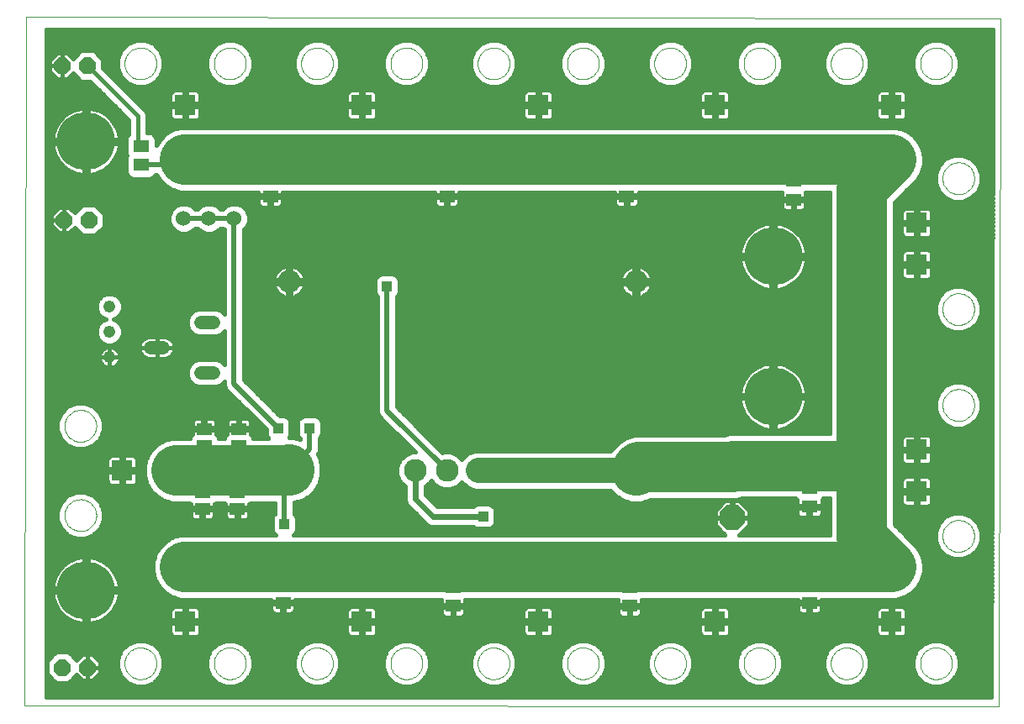
<source format=gtl>
G75*
%MOIN*%
%OFA0B0*%
%FSLAX24Y24*%
%IPPOS*%
%LPD*%
%AMOC8*
5,1,8,0,0,1.08239X$1,22.5*
%
%ADD10C,0.0000*%
%ADD11C,0.1000*%
%ADD12OC8,0.1000*%
%ADD13R,0.0827X0.0827*%
%ADD14R,0.0630X0.0512*%
%ADD15C,0.0520*%
%ADD16C,0.0900*%
%ADD17C,0.0476*%
%ADD18OC8,0.0660*%
%ADD19C,0.0600*%
%ADD20R,0.0591X0.0512*%
%ADD21C,0.2300*%
%ADD22C,0.0160*%
%ADD23C,0.0200*%
%ADD24R,0.0396X0.0396*%
%ADD25C,0.2000*%
%ADD26C,0.0240*%
%ADD27C,0.1000*%
D10*
X001708Y002271D02*
X001771Y029579D01*
X040391Y029517D01*
X040328Y002208D01*
X001708Y002271D01*
X005681Y003930D02*
X005683Y003980D01*
X005689Y004030D01*
X005699Y004079D01*
X005713Y004127D01*
X005730Y004174D01*
X005751Y004219D01*
X005776Y004263D01*
X005804Y004304D01*
X005836Y004343D01*
X005870Y004380D01*
X005907Y004414D01*
X005947Y004444D01*
X005989Y004471D01*
X006033Y004495D01*
X006079Y004516D01*
X006126Y004532D01*
X006174Y004545D01*
X006224Y004554D01*
X006273Y004559D01*
X006324Y004560D01*
X006374Y004557D01*
X006423Y004550D01*
X006472Y004539D01*
X006520Y004524D01*
X006566Y004506D01*
X006611Y004484D01*
X006654Y004458D01*
X006695Y004429D01*
X006734Y004397D01*
X006770Y004362D01*
X006802Y004324D01*
X006832Y004284D01*
X006859Y004241D01*
X006882Y004197D01*
X006901Y004151D01*
X006917Y004103D01*
X006929Y004054D01*
X006937Y004005D01*
X006941Y003955D01*
X006941Y003905D01*
X006937Y003855D01*
X006929Y003806D01*
X006917Y003757D01*
X006901Y003709D01*
X006882Y003663D01*
X006859Y003619D01*
X006832Y003576D01*
X006802Y003536D01*
X006770Y003498D01*
X006734Y003463D01*
X006695Y003431D01*
X006654Y003402D01*
X006611Y003376D01*
X006566Y003354D01*
X006520Y003336D01*
X006472Y003321D01*
X006423Y003310D01*
X006374Y003303D01*
X006324Y003300D01*
X006273Y003301D01*
X006224Y003306D01*
X006174Y003315D01*
X006126Y003328D01*
X006079Y003344D01*
X006033Y003365D01*
X005989Y003389D01*
X005947Y003416D01*
X005907Y003446D01*
X005870Y003480D01*
X005836Y003517D01*
X005804Y003556D01*
X005776Y003597D01*
X005751Y003641D01*
X005730Y003686D01*
X005713Y003733D01*
X005699Y003781D01*
X005689Y003830D01*
X005683Y003880D01*
X005681Y003930D01*
X009225Y003930D02*
X009227Y003980D01*
X009233Y004030D01*
X009243Y004079D01*
X009257Y004127D01*
X009274Y004174D01*
X009295Y004219D01*
X009320Y004263D01*
X009348Y004304D01*
X009380Y004343D01*
X009414Y004380D01*
X009451Y004414D01*
X009491Y004444D01*
X009533Y004471D01*
X009577Y004495D01*
X009623Y004516D01*
X009670Y004532D01*
X009718Y004545D01*
X009768Y004554D01*
X009817Y004559D01*
X009868Y004560D01*
X009918Y004557D01*
X009967Y004550D01*
X010016Y004539D01*
X010064Y004524D01*
X010110Y004506D01*
X010155Y004484D01*
X010198Y004458D01*
X010239Y004429D01*
X010278Y004397D01*
X010314Y004362D01*
X010346Y004324D01*
X010376Y004284D01*
X010403Y004241D01*
X010426Y004197D01*
X010445Y004151D01*
X010461Y004103D01*
X010473Y004054D01*
X010481Y004005D01*
X010485Y003955D01*
X010485Y003905D01*
X010481Y003855D01*
X010473Y003806D01*
X010461Y003757D01*
X010445Y003709D01*
X010426Y003663D01*
X010403Y003619D01*
X010376Y003576D01*
X010346Y003536D01*
X010314Y003498D01*
X010278Y003463D01*
X010239Y003431D01*
X010198Y003402D01*
X010155Y003376D01*
X010110Y003354D01*
X010064Y003336D01*
X010016Y003321D01*
X009967Y003310D01*
X009918Y003303D01*
X009868Y003300D01*
X009817Y003301D01*
X009768Y003306D01*
X009718Y003315D01*
X009670Y003328D01*
X009623Y003344D01*
X009577Y003365D01*
X009533Y003389D01*
X009491Y003416D01*
X009451Y003446D01*
X009414Y003480D01*
X009380Y003517D01*
X009348Y003556D01*
X009320Y003597D01*
X009295Y003641D01*
X009274Y003686D01*
X009257Y003733D01*
X009243Y003781D01*
X009233Y003830D01*
X009227Y003880D01*
X009225Y003930D01*
X012681Y003930D02*
X012683Y003980D01*
X012689Y004030D01*
X012699Y004079D01*
X012713Y004127D01*
X012730Y004174D01*
X012751Y004219D01*
X012776Y004263D01*
X012804Y004304D01*
X012836Y004343D01*
X012870Y004380D01*
X012907Y004414D01*
X012947Y004444D01*
X012989Y004471D01*
X013033Y004495D01*
X013079Y004516D01*
X013126Y004532D01*
X013174Y004545D01*
X013224Y004554D01*
X013273Y004559D01*
X013324Y004560D01*
X013374Y004557D01*
X013423Y004550D01*
X013472Y004539D01*
X013520Y004524D01*
X013566Y004506D01*
X013611Y004484D01*
X013654Y004458D01*
X013695Y004429D01*
X013734Y004397D01*
X013770Y004362D01*
X013802Y004324D01*
X013832Y004284D01*
X013859Y004241D01*
X013882Y004197D01*
X013901Y004151D01*
X013917Y004103D01*
X013929Y004054D01*
X013937Y004005D01*
X013941Y003955D01*
X013941Y003905D01*
X013937Y003855D01*
X013929Y003806D01*
X013917Y003757D01*
X013901Y003709D01*
X013882Y003663D01*
X013859Y003619D01*
X013832Y003576D01*
X013802Y003536D01*
X013770Y003498D01*
X013734Y003463D01*
X013695Y003431D01*
X013654Y003402D01*
X013611Y003376D01*
X013566Y003354D01*
X013520Y003336D01*
X013472Y003321D01*
X013423Y003310D01*
X013374Y003303D01*
X013324Y003300D01*
X013273Y003301D01*
X013224Y003306D01*
X013174Y003315D01*
X013126Y003328D01*
X013079Y003344D01*
X013033Y003365D01*
X012989Y003389D01*
X012947Y003416D01*
X012907Y003446D01*
X012870Y003480D01*
X012836Y003517D01*
X012804Y003556D01*
X012776Y003597D01*
X012751Y003641D01*
X012730Y003686D01*
X012713Y003733D01*
X012699Y003781D01*
X012689Y003830D01*
X012683Y003880D01*
X012681Y003930D01*
X016225Y003930D02*
X016227Y003980D01*
X016233Y004030D01*
X016243Y004079D01*
X016257Y004127D01*
X016274Y004174D01*
X016295Y004219D01*
X016320Y004263D01*
X016348Y004304D01*
X016380Y004343D01*
X016414Y004380D01*
X016451Y004414D01*
X016491Y004444D01*
X016533Y004471D01*
X016577Y004495D01*
X016623Y004516D01*
X016670Y004532D01*
X016718Y004545D01*
X016768Y004554D01*
X016817Y004559D01*
X016868Y004560D01*
X016918Y004557D01*
X016967Y004550D01*
X017016Y004539D01*
X017064Y004524D01*
X017110Y004506D01*
X017155Y004484D01*
X017198Y004458D01*
X017239Y004429D01*
X017278Y004397D01*
X017314Y004362D01*
X017346Y004324D01*
X017376Y004284D01*
X017403Y004241D01*
X017426Y004197D01*
X017445Y004151D01*
X017461Y004103D01*
X017473Y004054D01*
X017481Y004005D01*
X017485Y003955D01*
X017485Y003905D01*
X017481Y003855D01*
X017473Y003806D01*
X017461Y003757D01*
X017445Y003709D01*
X017426Y003663D01*
X017403Y003619D01*
X017376Y003576D01*
X017346Y003536D01*
X017314Y003498D01*
X017278Y003463D01*
X017239Y003431D01*
X017198Y003402D01*
X017155Y003376D01*
X017110Y003354D01*
X017064Y003336D01*
X017016Y003321D01*
X016967Y003310D01*
X016918Y003303D01*
X016868Y003300D01*
X016817Y003301D01*
X016768Y003306D01*
X016718Y003315D01*
X016670Y003328D01*
X016623Y003344D01*
X016577Y003365D01*
X016533Y003389D01*
X016491Y003416D01*
X016451Y003446D01*
X016414Y003480D01*
X016380Y003517D01*
X016348Y003556D01*
X016320Y003597D01*
X016295Y003641D01*
X016274Y003686D01*
X016257Y003733D01*
X016243Y003781D01*
X016233Y003830D01*
X016227Y003880D01*
X016225Y003930D01*
X019681Y003930D02*
X019683Y003980D01*
X019689Y004030D01*
X019699Y004079D01*
X019713Y004127D01*
X019730Y004174D01*
X019751Y004219D01*
X019776Y004263D01*
X019804Y004304D01*
X019836Y004343D01*
X019870Y004380D01*
X019907Y004414D01*
X019947Y004444D01*
X019989Y004471D01*
X020033Y004495D01*
X020079Y004516D01*
X020126Y004532D01*
X020174Y004545D01*
X020224Y004554D01*
X020273Y004559D01*
X020324Y004560D01*
X020374Y004557D01*
X020423Y004550D01*
X020472Y004539D01*
X020520Y004524D01*
X020566Y004506D01*
X020611Y004484D01*
X020654Y004458D01*
X020695Y004429D01*
X020734Y004397D01*
X020770Y004362D01*
X020802Y004324D01*
X020832Y004284D01*
X020859Y004241D01*
X020882Y004197D01*
X020901Y004151D01*
X020917Y004103D01*
X020929Y004054D01*
X020937Y004005D01*
X020941Y003955D01*
X020941Y003905D01*
X020937Y003855D01*
X020929Y003806D01*
X020917Y003757D01*
X020901Y003709D01*
X020882Y003663D01*
X020859Y003619D01*
X020832Y003576D01*
X020802Y003536D01*
X020770Y003498D01*
X020734Y003463D01*
X020695Y003431D01*
X020654Y003402D01*
X020611Y003376D01*
X020566Y003354D01*
X020520Y003336D01*
X020472Y003321D01*
X020423Y003310D01*
X020374Y003303D01*
X020324Y003300D01*
X020273Y003301D01*
X020224Y003306D01*
X020174Y003315D01*
X020126Y003328D01*
X020079Y003344D01*
X020033Y003365D01*
X019989Y003389D01*
X019947Y003416D01*
X019907Y003446D01*
X019870Y003480D01*
X019836Y003517D01*
X019804Y003556D01*
X019776Y003597D01*
X019751Y003641D01*
X019730Y003686D01*
X019713Y003733D01*
X019699Y003781D01*
X019689Y003830D01*
X019683Y003880D01*
X019681Y003930D01*
X023225Y003930D02*
X023227Y003980D01*
X023233Y004030D01*
X023243Y004079D01*
X023257Y004127D01*
X023274Y004174D01*
X023295Y004219D01*
X023320Y004263D01*
X023348Y004304D01*
X023380Y004343D01*
X023414Y004380D01*
X023451Y004414D01*
X023491Y004444D01*
X023533Y004471D01*
X023577Y004495D01*
X023623Y004516D01*
X023670Y004532D01*
X023718Y004545D01*
X023768Y004554D01*
X023817Y004559D01*
X023868Y004560D01*
X023918Y004557D01*
X023967Y004550D01*
X024016Y004539D01*
X024064Y004524D01*
X024110Y004506D01*
X024155Y004484D01*
X024198Y004458D01*
X024239Y004429D01*
X024278Y004397D01*
X024314Y004362D01*
X024346Y004324D01*
X024376Y004284D01*
X024403Y004241D01*
X024426Y004197D01*
X024445Y004151D01*
X024461Y004103D01*
X024473Y004054D01*
X024481Y004005D01*
X024485Y003955D01*
X024485Y003905D01*
X024481Y003855D01*
X024473Y003806D01*
X024461Y003757D01*
X024445Y003709D01*
X024426Y003663D01*
X024403Y003619D01*
X024376Y003576D01*
X024346Y003536D01*
X024314Y003498D01*
X024278Y003463D01*
X024239Y003431D01*
X024198Y003402D01*
X024155Y003376D01*
X024110Y003354D01*
X024064Y003336D01*
X024016Y003321D01*
X023967Y003310D01*
X023918Y003303D01*
X023868Y003300D01*
X023817Y003301D01*
X023768Y003306D01*
X023718Y003315D01*
X023670Y003328D01*
X023623Y003344D01*
X023577Y003365D01*
X023533Y003389D01*
X023491Y003416D01*
X023451Y003446D01*
X023414Y003480D01*
X023380Y003517D01*
X023348Y003556D01*
X023320Y003597D01*
X023295Y003641D01*
X023274Y003686D01*
X023257Y003733D01*
X023243Y003781D01*
X023233Y003830D01*
X023227Y003880D01*
X023225Y003930D01*
X026681Y003930D02*
X026683Y003980D01*
X026689Y004030D01*
X026699Y004079D01*
X026713Y004127D01*
X026730Y004174D01*
X026751Y004219D01*
X026776Y004263D01*
X026804Y004304D01*
X026836Y004343D01*
X026870Y004380D01*
X026907Y004414D01*
X026947Y004444D01*
X026989Y004471D01*
X027033Y004495D01*
X027079Y004516D01*
X027126Y004532D01*
X027174Y004545D01*
X027224Y004554D01*
X027273Y004559D01*
X027324Y004560D01*
X027374Y004557D01*
X027423Y004550D01*
X027472Y004539D01*
X027520Y004524D01*
X027566Y004506D01*
X027611Y004484D01*
X027654Y004458D01*
X027695Y004429D01*
X027734Y004397D01*
X027770Y004362D01*
X027802Y004324D01*
X027832Y004284D01*
X027859Y004241D01*
X027882Y004197D01*
X027901Y004151D01*
X027917Y004103D01*
X027929Y004054D01*
X027937Y004005D01*
X027941Y003955D01*
X027941Y003905D01*
X027937Y003855D01*
X027929Y003806D01*
X027917Y003757D01*
X027901Y003709D01*
X027882Y003663D01*
X027859Y003619D01*
X027832Y003576D01*
X027802Y003536D01*
X027770Y003498D01*
X027734Y003463D01*
X027695Y003431D01*
X027654Y003402D01*
X027611Y003376D01*
X027566Y003354D01*
X027520Y003336D01*
X027472Y003321D01*
X027423Y003310D01*
X027374Y003303D01*
X027324Y003300D01*
X027273Y003301D01*
X027224Y003306D01*
X027174Y003315D01*
X027126Y003328D01*
X027079Y003344D01*
X027033Y003365D01*
X026989Y003389D01*
X026947Y003416D01*
X026907Y003446D01*
X026870Y003480D01*
X026836Y003517D01*
X026804Y003556D01*
X026776Y003597D01*
X026751Y003641D01*
X026730Y003686D01*
X026713Y003733D01*
X026699Y003781D01*
X026689Y003830D01*
X026683Y003880D01*
X026681Y003930D01*
X030225Y003930D02*
X030227Y003980D01*
X030233Y004030D01*
X030243Y004079D01*
X030257Y004127D01*
X030274Y004174D01*
X030295Y004219D01*
X030320Y004263D01*
X030348Y004304D01*
X030380Y004343D01*
X030414Y004380D01*
X030451Y004414D01*
X030491Y004444D01*
X030533Y004471D01*
X030577Y004495D01*
X030623Y004516D01*
X030670Y004532D01*
X030718Y004545D01*
X030768Y004554D01*
X030817Y004559D01*
X030868Y004560D01*
X030918Y004557D01*
X030967Y004550D01*
X031016Y004539D01*
X031064Y004524D01*
X031110Y004506D01*
X031155Y004484D01*
X031198Y004458D01*
X031239Y004429D01*
X031278Y004397D01*
X031314Y004362D01*
X031346Y004324D01*
X031376Y004284D01*
X031403Y004241D01*
X031426Y004197D01*
X031445Y004151D01*
X031461Y004103D01*
X031473Y004054D01*
X031481Y004005D01*
X031485Y003955D01*
X031485Y003905D01*
X031481Y003855D01*
X031473Y003806D01*
X031461Y003757D01*
X031445Y003709D01*
X031426Y003663D01*
X031403Y003619D01*
X031376Y003576D01*
X031346Y003536D01*
X031314Y003498D01*
X031278Y003463D01*
X031239Y003431D01*
X031198Y003402D01*
X031155Y003376D01*
X031110Y003354D01*
X031064Y003336D01*
X031016Y003321D01*
X030967Y003310D01*
X030918Y003303D01*
X030868Y003300D01*
X030817Y003301D01*
X030768Y003306D01*
X030718Y003315D01*
X030670Y003328D01*
X030623Y003344D01*
X030577Y003365D01*
X030533Y003389D01*
X030491Y003416D01*
X030451Y003446D01*
X030414Y003480D01*
X030380Y003517D01*
X030348Y003556D01*
X030320Y003597D01*
X030295Y003641D01*
X030274Y003686D01*
X030257Y003733D01*
X030243Y003781D01*
X030233Y003830D01*
X030227Y003880D01*
X030225Y003930D01*
X033681Y003930D02*
X033683Y003980D01*
X033689Y004030D01*
X033699Y004079D01*
X033713Y004127D01*
X033730Y004174D01*
X033751Y004219D01*
X033776Y004263D01*
X033804Y004304D01*
X033836Y004343D01*
X033870Y004380D01*
X033907Y004414D01*
X033947Y004444D01*
X033989Y004471D01*
X034033Y004495D01*
X034079Y004516D01*
X034126Y004532D01*
X034174Y004545D01*
X034224Y004554D01*
X034273Y004559D01*
X034324Y004560D01*
X034374Y004557D01*
X034423Y004550D01*
X034472Y004539D01*
X034520Y004524D01*
X034566Y004506D01*
X034611Y004484D01*
X034654Y004458D01*
X034695Y004429D01*
X034734Y004397D01*
X034770Y004362D01*
X034802Y004324D01*
X034832Y004284D01*
X034859Y004241D01*
X034882Y004197D01*
X034901Y004151D01*
X034917Y004103D01*
X034929Y004054D01*
X034937Y004005D01*
X034941Y003955D01*
X034941Y003905D01*
X034937Y003855D01*
X034929Y003806D01*
X034917Y003757D01*
X034901Y003709D01*
X034882Y003663D01*
X034859Y003619D01*
X034832Y003576D01*
X034802Y003536D01*
X034770Y003498D01*
X034734Y003463D01*
X034695Y003431D01*
X034654Y003402D01*
X034611Y003376D01*
X034566Y003354D01*
X034520Y003336D01*
X034472Y003321D01*
X034423Y003310D01*
X034374Y003303D01*
X034324Y003300D01*
X034273Y003301D01*
X034224Y003306D01*
X034174Y003315D01*
X034126Y003328D01*
X034079Y003344D01*
X034033Y003365D01*
X033989Y003389D01*
X033947Y003416D01*
X033907Y003446D01*
X033870Y003480D01*
X033836Y003517D01*
X033804Y003556D01*
X033776Y003597D01*
X033751Y003641D01*
X033730Y003686D01*
X033713Y003733D01*
X033699Y003781D01*
X033689Y003830D01*
X033683Y003880D01*
X033681Y003930D01*
X037225Y003930D02*
X037227Y003980D01*
X037233Y004030D01*
X037243Y004079D01*
X037257Y004127D01*
X037274Y004174D01*
X037295Y004219D01*
X037320Y004263D01*
X037348Y004304D01*
X037380Y004343D01*
X037414Y004380D01*
X037451Y004414D01*
X037491Y004444D01*
X037533Y004471D01*
X037577Y004495D01*
X037623Y004516D01*
X037670Y004532D01*
X037718Y004545D01*
X037768Y004554D01*
X037817Y004559D01*
X037868Y004560D01*
X037918Y004557D01*
X037967Y004550D01*
X038016Y004539D01*
X038064Y004524D01*
X038110Y004506D01*
X038155Y004484D01*
X038198Y004458D01*
X038239Y004429D01*
X038278Y004397D01*
X038314Y004362D01*
X038346Y004324D01*
X038376Y004284D01*
X038403Y004241D01*
X038426Y004197D01*
X038445Y004151D01*
X038461Y004103D01*
X038473Y004054D01*
X038481Y004005D01*
X038485Y003955D01*
X038485Y003905D01*
X038481Y003855D01*
X038473Y003806D01*
X038461Y003757D01*
X038445Y003709D01*
X038426Y003663D01*
X038403Y003619D01*
X038376Y003576D01*
X038346Y003536D01*
X038314Y003498D01*
X038278Y003463D01*
X038239Y003431D01*
X038198Y003402D01*
X038155Y003376D01*
X038110Y003354D01*
X038064Y003336D01*
X038016Y003321D01*
X037967Y003310D01*
X037918Y003303D01*
X037868Y003300D01*
X037817Y003301D01*
X037768Y003306D01*
X037718Y003315D01*
X037670Y003328D01*
X037623Y003344D01*
X037577Y003365D01*
X037533Y003389D01*
X037491Y003416D01*
X037451Y003446D01*
X037414Y003480D01*
X037380Y003517D01*
X037348Y003556D01*
X037320Y003597D01*
X037295Y003641D01*
X037274Y003686D01*
X037257Y003733D01*
X037243Y003781D01*
X037233Y003830D01*
X037227Y003880D01*
X037225Y003930D01*
X038107Y008985D02*
X038109Y009035D01*
X038115Y009085D01*
X038125Y009134D01*
X038139Y009182D01*
X038156Y009229D01*
X038177Y009274D01*
X038202Y009318D01*
X038230Y009359D01*
X038262Y009398D01*
X038296Y009435D01*
X038333Y009469D01*
X038373Y009499D01*
X038415Y009526D01*
X038459Y009550D01*
X038505Y009571D01*
X038552Y009587D01*
X038600Y009600D01*
X038650Y009609D01*
X038699Y009614D01*
X038750Y009615D01*
X038800Y009612D01*
X038849Y009605D01*
X038898Y009594D01*
X038946Y009579D01*
X038992Y009561D01*
X039037Y009539D01*
X039080Y009513D01*
X039121Y009484D01*
X039160Y009452D01*
X039196Y009417D01*
X039228Y009379D01*
X039258Y009339D01*
X039285Y009296D01*
X039308Y009252D01*
X039327Y009206D01*
X039343Y009158D01*
X039355Y009109D01*
X039363Y009060D01*
X039367Y009010D01*
X039367Y008960D01*
X039363Y008910D01*
X039355Y008861D01*
X039343Y008812D01*
X039327Y008764D01*
X039308Y008718D01*
X039285Y008674D01*
X039258Y008631D01*
X039228Y008591D01*
X039196Y008553D01*
X039160Y008518D01*
X039121Y008486D01*
X039080Y008457D01*
X039037Y008431D01*
X038992Y008409D01*
X038946Y008391D01*
X038898Y008376D01*
X038849Y008365D01*
X038800Y008358D01*
X038750Y008355D01*
X038699Y008356D01*
X038650Y008361D01*
X038600Y008370D01*
X038552Y008383D01*
X038505Y008399D01*
X038459Y008420D01*
X038415Y008444D01*
X038373Y008471D01*
X038333Y008501D01*
X038296Y008535D01*
X038262Y008572D01*
X038230Y008611D01*
X038202Y008652D01*
X038177Y008696D01*
X038156Y008741D01*
X038139Y008788D01*
X038125Y008836D01*
X038115Y008885D01*
X038109Y008935D01*
X038107Y008985D01*
X038107Y014181D02*
X038109Y014231D01*
X038115Y014281D01*
X038125Y014330D01*
X038139Y014378D01*
X038156Y014425D01*
X038177Y014470D01*
X038202Y014514D01*
X038230Y014555D01*
X038262Y014594D01*
X038296Y014631D01*
X038333Y014665D01*
X038373Y014695D01*
X038415Y014722D01*
X038459Y014746D01*
X038505Y014767D01*
X038552Y014783D01*
X038600Y014796D01*
X038650Y014805D01*
X038699Y014810D01*
X038750Y014811D01*
X038800Y014808D01*
X038849Y014801D01*
X038898Y014790D01*
X038946Y014775D01*
X038992Y014757D01*
X039037Y014735D01*
X039080Y014709D01*
X039121Y014680D01*
X039160Y014648D01*
X039196Y014613D01*
X039228Y014575D01*
X039258Y014535D01*
X039285Y014492D01*
X039308Y014448D01*
X039327Y014402D01*
X039343Y014354D01*
X039355Y014305D01*
X039363Y014256D01*
X039367Y014206D01*
X039367Y014156D01*
X039363Y014106D01*
X039355Y014057D01*
X039343Y014008D01*
X039327Y013960D01*
X039308Y013914D01*
X039285Y013870D01*
X039258Y013827D01*
X039228Y013787D01*
X039196Y013749D01*
X039160Y013714D01*
X039121Y013682D01*
X039080Y013653D01*
X039037Y013627D01*
X038992Y013605D01*
X038946Y013587D01*
X038898Y013572D01*
X038849Y013561D01*
X038800Y013554D01*
X038750Y013551D01*
X038699Y013552D01*
X038650Y013557D01*
X038600Y013566D01*
X038552Y013579D01*
X038505Y013595D01*
X038459Y013616D01*
X038415Y013640D01*
X038373Y013667D01*
X038333Y013697D01*
X038296Y013731D01*
X038262Y013768D01*
X038230Y013807D01*
X038202Y013848D01*
X038177Y013892D01*
X038156Y013937D01*
X038139Y013984D01*
X038125Y014032D01*
X038115Y014081D01*
X038109Y014131D01*
X038107Y014181D01*
X038107Y017985D02*
X038109Y018035D01*
X038115Y018085D01*
X038125Y018134D01*
X038139Y018182D01*
X038156Y018229D01*
X038177Y018274D01*
X038202Y018318D01*
X038230Y018359D01*
X038262Y018398D01*
X038296Y018435D01*
X038333Y018469D01*
X038373Y018499D01*
X038415Y018526D01*
X038459Y018550D01*
X038505Y018571D01*
X038552Y018587D01*
X038600Y018600D01*
X038650Y018609D01*
X038699Y018614D01*
X038750Y018615D01*
X038800Y018612D01*
X038849Y018605D01*
X038898Y018594D01*
X038946Y018579D01*
X038992Y018561D01*
X039037Y018539D01*
X039080Y018513D01*
X039121Y018484D01*
X039160Y018452D01*
X039196Y018417D01*
X039228Y018379D01*
X039258Y018339D01*
X039285Y018296D01*
X039308Y018252D01*
X039327Y018206D01*
X039343Y018158D01*
X039355Y018109D01*
X039363Y018060D01*
X039367Y018010D01*
X039367Y017960D01*
X039363Y017910D01*
X039355Y017861D01*
X039343Y017812D01*
X039327Y017764D01*
X039308Y017718D01*
X039285Y017674D01*
X039258Y017631D01*
X039228Y017591D01*
X039196Y017553D01*
X039160Y017518D01*
X039121Y017486D01*
X039080Y017457D01*
X039037Y017431D01*
X038992Y017409D01*
X038946Y017391D01*
X038898Y017376D01*
X038849Y017365D01*
X038800Y017358D01*
X038750Y017355D01*
X038699Y017356D01*
X038650Y017361D01*
X038600Y017370D01*
X038552Y017383D01*
X038505Y017399D01*
X038459Y017420D01*
X038415Y017444D01*
X038373Y017471D01*
X038333Y017501D01*
X038296Y017535D01*
X038262Y017572D01*
X038230Y017611D01*
X038202Y017652D01*
X038177Y017696D01*
X038156Y017741D01*
X038139Y017788D01*
X038125Y017836D01*
X038115Y017885D01*
X038109Y017935D01*
X038107Y017985D01*
X038107Y023181D02*
X038109Y023231D01*
X038115Y023281D01*
X038125Y023330D01*
X038139Y023378D01*
X038156Y023425D01*
X038177Y023470D01*
X038202Y023514D01*
X038230Y023555D01*
X038262Y023594D01*
X038296Y023631D01*
X038333Y023665D01*
X038373Y023695D01*
X038415Y023722D01*
X038459Y023746D01*
X038505Y023767D01*
X038552Y023783D01*
X038600Y023796D01*
X038650Y023805D01*
X038699Y023810D01*
X038750Y023811D01*
X038800Y023808D01*
X038849Y023801D01*
X038898Y023790D01*
X038946Y023775D01*
X038992Y023757D01*
X039037Y023735D01*
X039080Y023709D01*
X039121Y023680D01*
X039160Y023648D01*
X039196Y023613D01*
X039228Y023575D01*
X039258Y023535D01*
X039285Y023492D01*
X039308Y023448D01*
X039327Y023402D01*
X039343Y023354D01*
X039355Y023305D01*
X039363Y023256D01*
X039367Y023206D01*
X039367Y023156D01*
X039363Y023106D01*
X039355Y023057D01*
X039343Y023008D01*
X039327Y022960D01*
X039308Y022914D01*
X039285Y022870D01*
X039258Y022827D01*
X039228Y022787D01*
X039196Y022749D01*
X039160Y022714D01*
X039121Y022682D01*
X039080Y022653D01*
X039037Y022627D01*
X038992Y022605D01*
X038946Y022587D01*
X038898Y022572D01*
X038849Y022561D01*
X038800Y022554D01*
X038750Y022551D01*
X038699Y022552D01*
X038650Y022557D01*
X038600Y022566D01*
X038552Y022579D01*
X038505Y022595D01*
X038459Y022616D01*
X038415Y022640D01*
X038373Y022667D01*
X038333Y022697D01*
X038296Y022731D01*
X038262Y022768D01*
X038230Y022807D01*
X038202Y022848D01*
X038177Y022892D01*
X038156Y022937D01*
X038139Y022984D01*
X038125Y023032D01*
X038115Y023081D01*
X038109Y023131D01*
X038107Y023181D01*
X037225Y027737D02*
X037227Y027787D01*
X037233Y027837D01*
X037243Y027886D01*
X037257Y027934D01*
X037274Y027981D01*
X037295Y028026D01*
X037320Y028070D01*
X037348Y028111D01*
X037380Y028150D01*
X037414Y028187D01*
X037451Y028221D01*
X037491Y028251D01*
X037533Y028278D01*
X037577Y028302D01*
X037623Y028323D01*
X037670Y028339D01*
X037718Y028352D01*
X037768Y028361D01*
X037817Y028366D01*
X037868Y028367D01*
X037918Y028364D01*
X037967Y028357D01*
X038016Y028346D01*
X038064Y028331D01*
X038110Y028313D01*
X038155Y028291D01*
X038198Y028265D01*
X038239Y028236D01*
X038278Y028204D01*
X038314Y028169D01*
X038346Y028131D01*
X038376Y028091D01*
X038403Y028048D01*
X038426Y028004D01*
X038445Y027958D01*
X038461Y027910D01*
X038473Y027861D01*
X038481Y027812D01*
X038485Y027762D01*
X038485Y027712D01*
X038481Y027662D01*
X038473Y027613D01*
X038461Y027564D01*
X038445Y027516D01*
X038426Y027470D01*
X038403Y027426D01*
X038376Y027383D01*
X038346Y027343D01*
X038314Y027305D01*
X038278Y027270D01*
X038239Y027238D01*
X038198Y027209D01*
X038155Y027183D01*
X038110Y027161D01*
X038064Y027143D01*
X038016Y027128D01*
X037967Y027117D01*
X037918Y027110D01*
X037868Y027107D01*
X037817Y027108D01*
X037768Y027113D01*
X037718Y027122D01*
X037670Y027135D01*
X037623Y027151D01*
X037577Y027172D01*
X037533Y027196D01*
X037491Y027223D01*
X037451Y027253D01*
X037414Y027287D01*
X037380Y027324D01*
X037348Y027363D01*
X037320Y027404D01*
X037295Y027448D01*
X037274Y027493D01*
X037257Y027540D01*
X037243Y027588D01*
X037233Y027637D01*
X037227Y027687D01*
X037225Y027737D01*
X033681Y027737D02*
X033683Y027787D01*
X033689Y027837D01*
X033699Y027886D01*
X033713Y027934D01*
X033730Y027981D01*
X033751Y028026D01*
X033776Y028070D01*
X033804Y028111D01*
X033836Y028150D01*
X033870Y028187D01*
X033907Y028221D01*
X033947Y028251D01*
X033989Y028278D01*
X034033Y028302D01*
X034079Y028323D01*
X034126Y028339D01*
X034174Y028352D01*
X034224Y028361D01*
X034273Y028366D01*
X034324Y028367D01*
X034374Y028364D01*
X034423Y028357D01*
X034472Y028346D01*
X034520Y028331D01*
X034566Y028313D01*
X034611Y028291D01*
X034654Y028265D01*
X034695Y028236D01*
X034734Y028204D01*
X034770Y028169D01*
X034802Y028131D01*
X034832Y028091D01*
X034859Y028048D01*
X034882Y028004D01*
X034901Y027958D01*
X034917Y027910D01*
X034929Y027861D01*
X034937Y027812D01*
X034941Y027762D01*
X034941Y027712D01*
X034937Y027662D01*
X034929Y027613D01*
X034917Y027564D01*
X034901Y027516D01*
X034882Y027470D01*
X034859Y027426D01*
X034832Y027383D01*
X034802Y027343D01*
X034770Y027305D01*
X034734Y027270D01*
X034695Y027238D01*
X034654Y027209D01*
X034611Y027183D01*
X034566Y027161D01*
X034520Y027143D01*
X034472Y027128D01*
X034423Y027117D01*
X034374Y027110D01*
X034324Y027107D01*
X034273Y027108D01*
X034224Y027113D01*
X034174Y027122D01*
X034126Y027135D01*
X034079Y027151D01*
X034033Y027172D01*
X033989Y027196D01*
X033947Y027223D01*
X033907Y027253D01*
X033870Y027287D01*
X033836Y027324D01*
X033804Y027363D01*
X033776Y027404D01*
X033751Y027448D01*
X033730Y027493D01*
X033713Y027540D01*
X033699Y027588D01*
X033689Y027637D01*
X033683Y027687D01*
X033681Y027737D01*
X030225Y027737D02*
X030227Y027787D01*
X030233Y027837D01*
X030243Y027886D01*
X030257Y027934D01*
X030274Y027981D01*
X030295Y028026D01*
X030320Y028070D01*
X030348Y028111D01*
X030380Y028150D01*
X030414Y028187D01*
X030451Y028221D01*
X030491Y028251D01*
X030533Y028278D01*
X030577Y028302D01*
X030623Y028323D01*
X030670Y028339D01*
X030718Y028352D01*
X030768Y028361D01*
X030817Y028366D01*
X030868Y028367D01*
X030918Y028364D01*
X030967Y028357D01*
X031016Y028346D01*
X031064Y028331D01*
X031110Y028313D01*
X031155Y028291D01*
X031198Y028265D01*
X031239Y028236D01*
X031278Y028204D01*
X031314Y028169D01*
X031346Y028131D01*
X031376Y028091D01*
X031403Y028048D01*
X031426Y028004D01*
X031445Y027958D01*
X031461Y027910D01*
X031473Y027861D01*
X031481Y027812D01*
X031485Y027762D01*
X031485Y027712D01*
X031481Y027662D01*
X031473Y027613D01*
X031461Y027564D01*
X031445Y027516D01*
X031426Y027470D01*
X031403Y027426D01*
X031376Y027383D01*
X031346Y027343D01*
X031314Y027305D01*
X031278Y027270D01*
X031239Y027238D01*
X031198Y027209D01*
X031155Y027183D01*
X031110Y027161D01*
X031064Y027143D01*
X031016Y027128D01*
X030967Y027117D01*
X030918Y027110D01*
X030868Y027107D01*
X030817Y027108D01*
X030768Y027113D01*
X030718Y027122D01*
X030670Y027135D01*
X030623Y027151D01*
X030577Y027172D01*
X030533Y027196D01*
X030491Y027223D01*
X030451Y027253D01*
X030414Y027287D01*
X030380Y027324D01*
X030348Y027363D01*
X030320Y027404D01*
X030295Y027448D01*
X030274Y027493D01*
X030257Y027540D01*
X030243Y027588D01*
X030233Y027637D01*
X030227Y027687D01*
X030225Y027737D01*
X026681Y027737D02*
X026683Y027787D01*
X026689Y027837D01*
X026699Y027886D01*
X026713Y027934D01*
X026730Y027981D01*
X026751Y028026D01*
X026776Y028070D01*
X026804Y028111D01*
X026836Y028150D01*
X026870Y028187D01*
X026907Y028221D01*
X026947Y028251D01*
X026989Y028278D01*
X027033Y028302D01*
X027079Y028323D01*
X027126Y028339D01*
X027174Y028352D01*
X027224Y028361D01*
X027273Y028366D01*
X027324Y028367D01*
X027374Y028364D01*
X027423Y028357D01*
X027472Y028346D01*
X027520Y028331D01*
X027566Y028313D01*
X027611Y028291D01*
X027654Y028265D01*
X027695Y028236D01*
X027734Y028204D01*
X027770Y028169D01*
X027802Y028131D01*
X027832Y028091D01*
X027859Y028048D01*
X027882Y028004D01*
X027901Y027958D01*
X027917Y027910D01*
X027929Y027861D01*
X027937Y027812D01*
X027941Y027762D01*
X027941Y027712D01*
X027937Y027662D01*
X027929Y027613D01*
X027917Y027564D01*
X027901Y027516D01*
X027882Y027470D01*
X027859Y027426D01*
X027832Y027383D01*
X027802Y027343D01*
X027770Y027305D01*
X027734Y027270D01*
X027695Y027238D01*
X027654Y027209D01*
X027611Y027183D01*
X027566Y027161D01*
X027520Y027143D01*
X027472Y027128D01*
X027423Y027117D01*
X027374Y027110D01*
X027324Y027107D01*
X027273Y027108D01*
X027224Y027113D01*
X027174Y027122D01*
X027126Y027135D01*
X027079Y027151D01*
X027033Y027172D01*
X026989Y027196D01*
X026947Y027223D01*
X026907Y027253D01*
X026870Y027287D01*
X026836Y027324D01*
X026804Y027363D01*
X026776Y027404D01*
X026751Y027448D01*
X026730Y027493D01*
X026713Y027540D01*
X026699Y027588D01*
X026689Y027637D01*
X026683Y027687D01*
X026681Y027737D01*
X023225Y027737D02*
X023227Y027787D01*
X023233Y027837D01*
X023243Y027886D01*
X023257Y027934D01*
X023274Y027981D01*
X023295Y028026D01*
X023320Y028070D01*
X023348Y028111D01*
X023380Y028150D01*
X023414Y028187D01*
X023451Y028221D01*
X023491Y028251D01*
X023533Y028278D01*
X023577Y028302D01*
X023623Y028323D01*
X023670Y028339D01*
X023718Y028352D01*
X023768Y028361D01*
X023817Y028366D01*
X023868Y028367D01*
X023918Y028364D01*
X023967Y028357D01*
X024016Y028346D01*
X024064Y028331D01*
X024110Y028313D01*
X024155Y028291D01*
X024198Y028265D01*
X024239Y028236D01*
X024278Y028204D01*
X024314Y028169D01*
X024346Y028131D01*
X024376Y028091D01*
X024403Y028048D01*
X024426Y028004D01*
X024445Y027958D01*
X024461Y027910D01*
X024473Y027861D01*
X024481Y027812D01*
X024485Y027762D01*
X024485Y027712D01*
X024481Y027662D01*
X024473Y027613D01*
X024461Y027564D01*
X024445Y027516D01*
X024426Y027470D01*
X024403Y027426D01*
X024376Y027383D01*
X024346Y027343D01*
X024314Y027305D01*
X024278Y027270D01*
X024239Y027238D01*
X024198Y027209D01*
X024155Y027183D01*
X024110Y027161D01*
X024064Y027143D01*
X024016Y027128D01*
X023967Y027117D01*
X023918Y027110D01*
X023868Y027107D01*
X023817Y027108D01*
X023768Y027113D01*
X023718Y027122D01*
X023670Y027135D01*
X023623Y027151D01*
X023577Y027172D01*
X023533Y027196D01*
X023491Y027223D01*
X023451Y027253D01*
X023414Y027287D01*
X023380Y027324D01*
X023348Y027363D01*
X023320Y027404D01*
X023295Y027448D01*
X023274Y027493D01*
X023257Y027540D01*
X023243Y027588D01*
X023233Y027637D01*
X023227Y027687D01*
X023225Y027737D01*
X019681Y027737D02*
X019683Y027787D01*
X019689Y027837D01*
X019699Y027886D01*
X019713Y027934D01*
X019730Y027981D01*
X019751Y028026D01*
X019776Y028070D01*
X019804Y028111D01*
X019836Y028150D01*
X019870Y028187D01*
X019907Y028221D01*
X019947Y028251D01*
X019989Y028278D01*
X020033Y028302D01*
X020079Y028323D01*
X020126Y028339D01*
X020174Y028352D01*
X020224Y028361D01*
X020273Y028366D01*
X020324Y028367D01*
X020374Y028364D01*
X020423Y028357D01*
X020472Y028346D01*
X020520Y028331D01*
X020566Y028313D01*
X020611Y028291D01*
X020654Y028265D01*
X020695Y028236D01*
X020734Y028204D01*
X020770Y028169D01*
X020802Y028131D01*
X020832Y028091D01*
X020859Y028048D01*
X020882Y028004D01*
X020901Y027958D01*
X020917Y027910D01*
X020929Y027861D01*
X020937Y027812D01*
X020941Y027762D01*
X020941Y027712D01*
X020937Y027662D01*
X020929Y027613D01*
X020917Y027564D01*
X020901Y027516D01*
X020882Y027470D01*
X020859Y027426D01*
X020832Y027383D01*
X020802Y027343D01*
X020770Y027305D01*
X020734Y027270D01*
X020695Y027238D01*
X020654Y027209D01*
X020611Y027183D01*
X020566Y027161D01*
X020520Y027143D01*
X020472Y027128D01*
X020423Y027117D01*
X020374Y027110D01*
X020324Y027107D01*
X020273Y027108D01*
X020224Y027113D01*
X020174Y027122D01*
X020126Y027135D01*
X020079Y027151D01*
X020033Y027172D01*
X019989Y027196D01*
X019947Y027223D01*
X019907Y027253D01*
X019870Y027287D01*
X019836Y027324D01*
X019804Y027363D01*
X019776Y027404D01*
X019751Y027448D01*
X019730Y027493D01*
X019713Y027540D01*
X019699Y027588D01*
X019689Y027637D01*
X019683Y027687D01*
X019681Y027737D01*
X016225Y027737D02*
X016227Y027787D01*
X016233Y027837D01*
X016243Y027886D01*
X016257Y027934D01*
X016274Y027981D01*
X016295Y028026D01*
X016320Y028070D01*
X016348Y028111D01*
X016380Y028150D01*
X016414Y028187D01*
X016451Y028221D01*
X016491Y028251D01*
X016533Y028278D01*
X016577Y028302D01*
X016623Y028323D01*
X016670Y028339D01*
X016718Y028352D01*
X016768Y028361D01*
X016817Y028366D01*
X016868Y028367D01*
X016918Y028364D01*
X016967Y028357D01*
X017016Y028346D01*
X017064Y028331D01*
X017110Y028313D01*
X017155Y028291D01*
X017198Y028265D01*
X017239Y028236D01*
X017278Y028204D01*
X017314Y028169D01*
X017346Y028131D01*
X017376Y028091D01*
X017403Y028048D01*
X017426Y028004D01*
X017445Y027958D01*
X017461Y027910D01*
X017473Y027861D01*
X017481Y027812D01*
X017485Y027762D01*
X017485Y027712D01*
X017481Y027662D01*
X017473Y027613D01*
X017461Y027564D01*
X017445Y027516D01*
X017426Y027470D01*
X017403Y027426D01*
X017376Y027383D01*
X017346Y027343D01*
X017314Y027305D01*
X017278Y027270D01*
X017239Y027238D01*
X017198Y027209D01*
X017155Y027183D01*
X017110Y027161D01*
X017064Y027143D01*
X017016Y027128D01*
X016967Y027117D01*
X016918Y027110D01*
X016868Y027107D01*
X016817Y027108D01*
X016768Y027113D01*
X016718Y027122D01*
X016670Y027135D01*
X016623Y027151D01*
X016577Y027172D01*
X016533Y027196D01*
X016491Y027223D01*
X016451Y027253D01*
X016414Y027287D01*
X016380Y027324D01*
X016348Y027363D01*
X016320Y027404D01*
X016295Y027448D01*
X016274Y027493D01*
X016257Y027540D01*
X016243Y027588D01*
X016233Y027637D01*
X016227Y027687D01*
X016225Y027737D01*
X012681Y027737D02*
X012683Y027787D01*
X012689Y027837D01*
X012699Y027886D01*
X012713Y027934D01*
X012730Y027981D01*
X012751Y028026D01*
X012776Y028070D01*
X012804Y028111D01*
X012836Y028150D01*
X012870Y028187D01*
X012907Y028221D01*
X012947Y028251D01*
X012989Y028278D01*
X013033Y028302D01*
X013079Y028323D01*
X013126Y028339D01*
X013174Y028352D01*
X013224Y028361D01*
X013273Y028366D01*
X013324Y028367D01*
X013374Y028364D01*
X013423Y028357D01*
X013472Y028346D01*
X013520Y028331D01*
X013566Y028313D01*
X013611Y028291D01*
X013654Y028265D01*
X013695Y028236D01*
X013734Y028204D01*
X013770Y028169D01*
X013802Y028131D01*
X013832Y028091D01*
X013859Y028048D01*
X013882Y028004D01*
X013901Y027958D01*
X013917Y027910D01*
X013929Y027861D01*
X013937Y027812D01*
X013941Y027762D01*
X013941Y027712D01*
X013937Y027662D01*
X013929Y027613D01*
X013917Y027564D01*
X013901Y027516D01*
X013882Y027470D01*
X013859Y027426D01*
X013832Y027383D01*
X013802Y027343D01*
X013770Y027305D01*
X013734Y027270D01*
X013695Y027238D01*
X013654Y027209D01*
X013611Y027183D01*
X013566Y027161D01*
X013520Y027143D01*
X013472Y027128D01*
X013423Y027117D01*
X013374Y027110D01*
X013324Y027107D01*
X013273Y027108D01*
X013224Y027113D01*
X013174Y027122D01*
X013126Y027135D01*
X013079Y027151D01*
X013033Y027172D01*
X012989Y027196D01*
X012947Y027223D01*
X012907Y027253D01*
X012870Y027287D01*
X012836Y027324D01*
X012804Y027363D01*
X012776Y027404D01*
X012751Y027448D01*
X012730Y027493D01*
X012713Y027540D01*
X012699Y027588D01*
X012689Y027637D01*
X012683Y027687D01*
X012681Y027737D01*
X009225Y027737D02*
X009227Y027787D01*
X009233Y027837D01*
X009243Y027886D01*
X009257Y027934D01*
X009274Y027981D01*
X009295Y028026D01*
X009320Y028070D01*
X009348Y028111D01*
X009380Y028150D01*
X009414Y028187D01*
X009451Y028221D01*
X009491Y028251D01*
X009533Y028278D01*
X009577Y028302D01*
X009623Y028323D01*
X009670Y028339D01*
X009718Y028352D01*
X009768Y028361D01*
X009817Y028366D01*
X009868Y028367D01*
X009918Y028364D01*
X009967Y028357D01*
X010016Y028346D01*
X010064Y028331D01*
X010110Y028313D01*
X010155Y028291D01*
X010198Y028265D01*
X010239Y028236D01*
X010278Y028204D01*
X010314Y028169D01*
X010346Y028131D01*
X010376Y028091D01*
X010403Y028048D01*
X010426Y028004D01*
X010445Y027958D01*
X010461Y027910D01*
X010473Y027861D01*
X010481Y027812D01*
X010485Y027762D01*
X010485Y027712D01*
X010481Y027662D01*
X010473Y027613D01*
X010461Y027564D01*
X010445Y027516D01*
X010426Y027470D01*
X010403Y027426D01*
X010376Y027383D01*
X010346Y027343D01*
X010314Y027305D01*
X010278Y027270D01*
X010239Y027238D01*
X010198Y027209D01*
X010155Y027183D01*
X010110Y027161D01*
X010064Y027143D01*
X010016Y027128D01*
X009967Y027117D01*
X009918Y027110D01*
X009868Y027107D01*
X009817Y027108D01*
X009768Y027113D01*
X009718Y027122D01*
X009670Y027135D01*
X009623Y027151D01*
X009577Y027172D01*
X009533Y027196D01*
X009491Y027223D01*
X009451Y027253D01*
X009414Y027287D01*
X009380Y027324D01*
X009348Y027363D01*
X009320Y027404D01*
X009295Y027448D01*
X009274Y027493D01*
X009257Y027540D01*
X009243Y027588D01*
X009233Y027637D01*
X009227Y027687D01*
X009225Y027737D01*
X005681Y027737D02*
X005683Y027787D01*
X005689Y027837D01*
X005699Y027886D01*
X005713Y027934D01*
X005730Y027981D01*
X005751Y028026D01*
X005776Y028070D01*
X005804Y028111D01*
X005836Y028150D01*
X005870Y028187D01*
X005907Y028221D01*
X005947Y028251D01*
X005989Y028278D01*
X006033Y028302D01*
X006079Y028323D01*
X006126Y028339D01*
X006174Y028352D01*
X006224Y028361D01*
X006273Y028366D01*
X006324Y028367D01*
X006374Y028364D01*
X006423Y028357D01*
X006472Y028346D01*
X006520Y028331D01*
X006566Y028313D01*
X006611Y028291D01*
X006654Y028265D01*
X006695Y028236D01*
X006734Y028204D01*
X006770Y028169D01*
X006802Y028131D01*
X006832Y028091D01*
X006859Y028048D01*
X006882Y028004D01*
X006901Y027958D01*
X006917Y027910D01*
X006929Y027861D01*
X006937Y027812D01*
X006941Y027762D01*
X006941Y027712D01*
X006937Y027662D01*
X006929Y027613D01*
X006917Y027564D01*
X006901Y027516D01*
X006882Y027470D01*
X006859Y027426D01*
X006832Y027383D01*
X006802Y027343D01*
X006770Y027305D01*
X006734Y027270D01*
X006695Y027238D01*
X006654Y027209D01*
X006611Y027183D01*
X006566Y027161D01*
X006520Y027143D01*
X006472Y027128D01*
X006423Y027117D01*
X006374Y027110D01*
X006324Y027107D01*
X006273Y027108D01*
X006224Y027113D01*
X006174Y027122D01*
X006126Y027135D01*
X006079Y027151D01*
X006033Y027172D01*
X005989Y027196D01*
X005947Y027223D01*
X005907Y027253D01*
X005870Y027287D01*
X005836Y027324D01*
X005804Y027363D01*
X005776Y027404D01*
X005751Y027448D01*
X005730Y027493D01*
X005713Y027540D01*
X005699Y027588D01*
X005689Y027637D01*
X005683Y027687D01*
X005681Y027737D01*
X003300Y013355D02*
X003302Y013405D01*
X003308Y013455D01*
X003318Y013504D01*
X003332Y013552D01*
X003349Y013599D01*
X003370Y013644D01*
X003395Y013688D01*
X003423Y013729D01*
X003455Y013768D01*
X003489Y013805D01*
X003526Y013839D01*
X003566Y013869D01*
X003608Y013896D01*
X003652Y013920D01*
X003698Y013941D01*
X003745Y013957D01*
X003793Y013970D01*
X003843Y013979D01*
X003892Y013984D01*
X003943Y013985D01*
X003993Y013982D01*
X004042Y013975D01*
X004091Y013964D01*
X004139Y013949D01*
X004185Y013931D01*
X004230Y013909D01*
X004273Y013883D01*
X004314Y013854D01*
X004353Y013822D01*
X004389Y013787D01*
X004421Y013749D01*
X004451Y013709D01*
X004478Y013666D01*
X004501Y013622D01*
X004520Y013576D01*
X004536Y013528D01*
X004548Y013479D01*
X004556Y013430D01*
X004560Y013380D01*
X004560Y013330D01*
X004556Y013280D01*
X004548Y013231D01*
X004536Y013182D01*
X004520Y013134D01*
X004501Y013088D01*
X004478Y013044D01*
X004451Y013001D01*
X004421Y012961D01*
X004389Y012923D01*
X004353Y012888D01*
X004314Y012856D01*
X004273Y012827D01*
X004230Y012801D01*
X004185Y012779D01*
X004139Y012761D01*
X004091Y012746D01*
X004042Y012735D01*
X003993Y012728D01*
X003943Y012725D01*
X003892Y012726D01*
X003843Y012731D01*
X003793Y012740D01*
X003745Y012753D01*
X003698Y012769D01*
X003652Y012790D01*
X003608Y012814D01*
X003566Y012841D01*
X003526Y012871D01*
X003489Y012905D01*
X003455Y012942D01*
X003423Y012981D01*
X003395Y013022D01*
X003370Y013066D01*
X003349Y013111D01*
X003332Y013158D01*
X003318Y013206D01*
X003308Y013255D01*
X003302Y013305D01*
X003300Y013355D01*
X003300Y009811D02*
X003302Y009861D01*
X003308Y009911D01*
X003318Y009960D01*
X003332Y010008D01*
X003349Y010055D01*
X003370Y010100D01*
X003395Y010144D01*
X003423Y010185D01*
X003455Y010224D01*
X003489Y010261D01*
X003526Y010295D01*
X003566Y010325D01*
X003608Y010352D01*
X003652Y010376D01*
X003698Y010397D01*
X003745Y010413D01*
X003793Y010426D01*
X003843Y010435D01*
X003892Y010440D01*
X003943Y010441D01*
X003993Y010438D01*
X004042Y010431D01*
X004091Y010420D01*
X004139Y010405D01*
X004185Y010387D01*
X004230Y010365D01*
X004273Y010339D01*
X004314Y010310D01*
X004353Y010278D01*
X004389Y010243D01*
X004421Y010205D01*
X004451Y010165D01*
X004478Y010122D01*
X004501Y010078D01*
X004520Y010032D01*
X004536Y009984D01*
X004548Y009935D01*
X004556Y009886D01*
X004560Y009836D01*
X004560Y009786D01*
X004556Y009736D01*
X004548Y009687D01*
X004536Y009638D01*
X004520Y009590D01*
X004501Y009544D01*
X004478Y009500D01*
X004451Y009457D01*
X004421Y009417D01*
X004389Y009379D01*
X004353Y009344D01*
X004314Y009312D01*
X004273Y009283D01*
X004230Y009257D01*
X004185Y009235D01*
X004139Y009217D01*
X004091Y009202D01*
X004042Y009191D01*
X003993Y009184D01*
X003943Y009181D01*
X003892Y009182D01*
X003843Y009187D01*
X003793Y009196D01*
X003745Y009209D01*
X003698Y009225D01*
X003652Y009246D01*
X003608Y009270D01*
X003566Y009297D01*
X003526Y009327D01*
X003489Y009361D01*
X003455Y009398D01*
X003423Y009437D01*
X003395Y009478D01*
X003370Y009522D01*
X003349Y009567D01*
X003332Y009614D01*
X003318Y009662D01*
X003308Y009711D01*
X003302Y009761D01*
X003300Y009811D01*
D11*
X029771Y011708D03*
D12*
X029771Y009708D03*
D13*
X029083Y007748D03*
X029083Y005583D03*
X036083Y005583D03*
X036083Y007748D03*
X037083Y010756D03*
X034918Y010756D03*
X034918Y012410D03*
X037083Y012410D03*
X037083Y019756D03*
X037083Y021410D03*
X034918Y021410D03*
X034918Y019756D03*
X036083Y023918D03*
X036083Y026083D03*
X029083Y026083D03*
X029083Y023918D03*
X022083Y023918D03*
X022083Y026083D03*
X015083Y026083D03*
X015083Y023918D03*
X008083Y023918D03*
X008083Y026083D03*
X007748Y011583D03*
X005583Y011583D03*
X008083Y007748D03*
X008083Y005583D03*
X015083Y005583D03*
X015083Y007748D03*
X022083Y007748D03*
X022083Y005583D03*
D14*
X032833Y010147D03*
X032833Y010895D03*
X006333Y023709D03*
X006333Y024457D03*
D15*
X008698Y017458D02*
X009218Y017458D01*
X007218Y016458D02*
X006698Y016458D01*
X008698Y015458D02*
X009218Y015458D01*
D16*
X012208Y019083D03*
X012208Y011583D03*
X017208Y011583D03*
X018458Y011583D03*
X019708Y011583D03*
X025958Y011583D03*
X025958Y019083D03*
D17*
X005083Y018083D03*
X005083Y017083D03*
X005083Y016083D03*
D18*
X004271Y021521D03*
X003271Y021521D03*
X003208Y027646D03*
X004208Y027646D03*
X004208Y003771D03*
X003208Y003771D03*
D19*
X008021Y021583D03*
X009021Y021583D03*
X010021Y021583D03*
D20*
X011458Y022459D03*
X011458Y023207D03*
X018458Y023207D03*
X018458Y022459D03*
X025583Y022459D03*
X025583Y023207D03*
X032208Y023082D03*
X032208Y022334D03*
X032833Y007082D03*
X032833Y006334D03*
X025708Y006209D03*
X025708Y006957D03*
X018708Y006957D03*
X018708Y006209D03*
X011958Y006334D03*
X011958Y007082D03*
X010146Y010061D03*
X010146Y010730D03*
X008771Y010730D03*
X008771Y010061D03*
X008833Y012561D03*
X008833Y013230D03*
X010208Y013230D03*
X010208Y012561D03*
D21*
X004146Y006833D03*
X004146Y024646D03*
X031396Y020083D03*
X031396Y014521D03*
D22*
X031476Y014471D02*
X033638Y014471D01*
X033638Y014629D02*
X032721Y014629D01*
X032724Y014601D02*
X032713Y014716D01*
X032687Y014844D01*
X032649Y014969D01*
X032599Y015090D01*
X032538Y015205D01*
X032465Y015314D01*
X032382Y015415D01*
X032290Y015507D01*
X032189Y015590D01*
X032080Y015663D01*
X031965Y015724D01*
X031844Y015774D01*
X031719Y015812D01*
X031591Y015838D01*
X031476Y015849D01*
X031476Y014601D01*
X032724Y014601D01*
X032724Y014441D02*
X031476Y014441D01*
X031476Y014601D01*
X031316Y014601D01*
X031316Y015849D01*
X031200Y015838D01*
X031072Y015812D01*
X030947Y015774D01*
X030826Y015724D01*
X030711Y015663D01*
X030602Y015590D01*
X030501Y015507D01*
X030409Y015415D01*
X030326Y015314D01*
X030253Y015205D01*
X030192Y015090D01*
X030142Y014969D01*
X030104Y014844D01*
X030078Y014716D01*
X030067Y014601D01*
X031316Y014601D01*
X031316Y014441D01*
X031476Y014441D01*
X031476Y013192D01*
X031591Y013203D01*
X031719Y013229D01*
X031844Y013267D01*
X031965Y013317D01*
X032080Y013378D01*
X032189Y013451D01*
X032290Y013534D01*
X032382Y013626D01*
X032465Y013727D01*
X032538Y013836D01*
X032599Y013951D01*
X032649Y014072D01*
X032687Y014197D01*
X032713Y014325D01*
X032724Y014441D01*
X032710Y014312D02*
X033638Y014312D01*
X033638Y014154D02*
X032674Y014154D01*
X032617Y013995D02*
X033638Y013995D01*
X033638Y013837D02*
X032538Y013837D01*
X032425Y013678D02*
X033638Y013678D01*
X033638Y013520D02*
X032272Y013520D01*
X032048Y013361D02*
X033638Y013361D01*
X033638Y013203D02*
X031583Y013203D01*
X031476Y013203D02*
X031316Y013203D01*
X031316Y013192D02*
X031316Y014441D01*
X030067Y014441D01*
X030078Y014325D01*
X030104Y014197D01*
X030142Y014072D01*
X030192Y013951D01*
X030253Y013836D01*
X030326Y013727D01*
X030409Y013626D01*
X030501Y013534D01*
X030602Y013451D01*
X030711Y013378D01*
X030826Y013317D01*
X030947Y013267D01*
X031072Y013229D01*
X031200Y013203D01*
X031316Y013192D01*
X031208Y013203D02*
X017376Y013203D01*
X017217Y013361D02*
X030743Y013361D01*
X030519Y013520D02*
X017059Y013520D01*
X016900Y013678D02*
X030366Y013678D01*
X030253Y013837D02*
X016742Y013837D01*
X016583Y013995D02*
X030174Y013995D01*
X030117Y014154D02*
X016463Y014154D01*
X016463Y014115D02*
X016463Y018483D01*
X016519Y018539D01*
X016561Y018642D01*
X016561Y019149D01*
X016519Y019252D01*
X016440Y019331D01*
X016337Y019374D01*
X015829Y019374D01*
X015726Y019331D01*
X015648Y019252D01*
X015605Y019149D01*
X015605Y018642D01*
X015648Y018539D01*
X015703Y018483D01*
X015703Y013882D01*
X015761Y013743D01*
X015868Y013636D01*
X017191Y012313D01*
X017063Y012313D01*
X016795Y012202D01*
X016589Y011997D01*
X016478Y011728D01*
X016478Y011438D01*
X016589Y011170D01*
X016795Y010964D01*
X016808Y010959D01*
X016808Y010379D01*
X016869Y010231D01*
X017556Y009544D01*
X017669Y009431D01*
X017816Y009371D01*
X019503Y009371D01*
X019539Y009335D01*
X019642Y009292D01*
X020149Y009292D01*
X020252Y009335D01*
X020331Y009414D01*
X020374Y009517D01*
X020374Y010024D01*
X020331Y010127D01*
X020252Y010206D01*
X020149Y010249D01*
X019642Y010249D01*
X019539Y010206D01*
X019503Y010171D01*
X018061Y010171D01*
X017608Y010624D01*
X017608Y010959D01*
X017622Y010964D01*
X017827Y011170D01*
X017833Y011184D01*
X017839Y011170D01*
X018045Y010964D01*
X018313Y010853D01*
X018603Y010853D01*
X018872Y010964D01*
X019048Y011140D01*
X019266Y010922D01*
X019553Y010803D01*
X024930Y010803D01*
X024934Y010797D01*
X025172Y010559D01*
X025464Y010390D01*
X025790Y010303D01*
X026127Y010303D01*
X026452Y010390D01*
X026518Y010428D01*
X029939Y010428D01*
X030172Y010491D01*
X032276Y010491D01*
X032281Y010480D01*
X032338Y010423D01*
X032338Y010195D01*
X032785Y010195D01*
X032785Y010099D01*
X032338Y010099D01*
X032338Y009867D01*
X032350Y009821D01*
X032374Y009780D01*
X032408Y009747D01*
X032449Y009723D01*
X032494Y009711D01*
X032785Y009711D01*
X032785Y010099D01*
X032881Y010099D01*
X032881Y010195D01*
X033328Y010195D01*
X033328Y010423D01*
X033385Y010480D01*
X033390Y010491D01*
X033638Y010491D01*
X033638Y009028D01*
X030053Y009028D01*
X030451Y009426D01*
X030451Y009688D01*
X029791Y009688D01*
X029791Y009728D01*
X030451Y009728D01*
X030451Y009990D01*
X030052Y010388D01*
X029791Y010388D01*
X029791Y009728D01*
X029751Y009728D01*
X029751Y010388D01*
X029489Y010388D01*
X029091Y009990D01*
X029091Y009728D01*
X029751Y009728D01*
X029751Y009688D01*
X029091Y009688D01*
X029091Y009426D01*
X029489Y009028D01*
X012383Y009028D01*
X012456Y009101D01*
X012499Y009204D01*
X012499Y009712D01*
X012456Y009815D01*
X012401Y009870D01*
X012401Y010309D01*
X012702Y010390D01*
X012994Y010559D01*
X013232Y010797D01*
X013401Y011089D01*
X013488Y011415D01*
X013488Y011791D01*
X013401Y012117D01*
X013342Y012219D01*
X013343Y012220D01*
X013401Y012359D01*
X013401Y012858D01*
X013456Y012914D01*
X013499Y013017D01*
X013499Y013524D01*
X013456Y013627D01*
X013377Y013706D01*
X013274Y013749D01*
X012767Y013749D01*
X012664Y013706D01*
X012585Y013627D01*
X012542Y013524D01*
X012542Y013017D01*
X012585Y012914D01*
X012641Y012858D01*
X012641Y012832D01*
X012377Y012902D01*
X012195Y012902D01*
X012206Y012914D01*
X012249Y013017D01*
X012249Y013524D01*
X012206Y013627D01*
X012127Y013706D01*
X012024Y013749D01*
X011830Y013749D01*
X010401Y015178D01*
X010401Y021143D01*
X010512Y021255D01*
X010601Y021468D01*
X010601Y021698D01*
X010512Y021912D01*
X010349Y022075D01*
X010136Y022163D01*
X009905Y022163D01*
X009692Y022075D01*
X009580Y021963D01*
X009461Y021963D01*
X009349Y022075D01*
X009136Y022163D01*
X008905Y022163D01*
X008692Y022075D01*
X008580Y021963D01*
X008461Y021963D01*
X008349Y022075D01*
X008136Y022163D01*
X007905Y022163D01*
X007692Y022075D01*
X007529Y021912D01*
X007441Y021698D01*
X007441Y021468D01*
X007529Y021255D01*
X007692Y021091D01*
X007905Y021003D01*
X008136Y021003D01*
X008349Y021091D01*
X008461Y021203D01*
X008580Y021203D01*
X008692Y021091D01*
X008905Y021003D01*
X009136Y021003D01*
X009349Y021091D01*
X009461Y021203D01*
X009580Y021203D01*
X009641Y021143D01*
X009641Y017799D01*
X009524Y017916D01*
X009325Y017998D01*
X008591Y017998D01*
X008392Y017916D01*
X008240Y017764D01*
X008158Y017565D01*
X008158Y017351D01*
X008240Y017152D01*
X008392Y017000D01*
X008591Y016918D01*
X009325Y016918D01*
X009524Y017000D01*
X009641Y017117D01*
X009641Y015799D01*
X009524Y015916D01*
X009325Y015998D01*
X008591Y015998D01*
X008392Y015916D01*
X008240Y015764D01*
X008158Y015565D01*
X008158Y015351D01*
X008240Y015152D01*
X008392Y015000D01*
X008591Y014918D01*
X009325Y014918D01*
X009524Y015000D01*
X009641Y015117D01*
X009641Y014945D01*
X009698Y014805D01*
X011292Y013211D01*
X011292Y013017D01*
X011335Y012914D01*
X011386Y012863D01*
X010783Y012863D01*
X010783Y012873D01*
X010741Y012975D01*
X010683Y013033D01*
X010683Y013182D01*
X010256Y013182D01*
X010256Y013278D01*
X010683Y013278D01*
X010683Y013510D01*
X010671Y013556D01*
X010647Y013597D01*
X010614Y013630D01*
X010573Y013654D01*
X010527Y013666D01*
X010256Y013666D01*
X010256Y013278D01*
X010160Y013278D01*
X010160Y013182D01*
X009733Y013182D01*
X009733Y013033D01*
X009675Y012975D01*
X009633Y012873D01*
X009633Y012863D01*
X009408Y012863D01*
X009408Y012873D01*
X009366Y012975D01*
X009308Y013033D01*
X009308Y013182D01*
X008881Y013182D01*
X008881Y013278D01*
X009308Y013278D01*
X009308Y013510D01*
X009296Y013556D01*
X009272Y013597D01*
X009239Y013630D01*
X009198Y013654D01*
X009152Y013666D01*
X008881Y013666D01*
X008881Y013278D01*
X008785Y013278D01*
X008785Y013182D01*
X008358Y013182D01*
X008358Y013033D01*
X008300Y012975D01*
X008258Y012873D01*
X008258Y012863D01*
X007580Y012863D01*
X007254Y012776D01*
X006962Y012607D01*
X006724Y012369D01*
X006556Y012077D01*
X006468Y011752D01*
X006468Y011415D01*
X006556Y011089D01*
X006724Y010797D01*
X006962Y010559D01*
X007254Y010390D01*
X007580Y010303D01*
X008251Y010303D01*
X008295Y010258D01*
X008295Y010109D01*
X008723Y010109D01*
X008723Y010013D01*
X008819Y010013D01*
X008819Y010109D01*
X009246Y010109D01*
X009246Y010258D01*
X009291Y010303D01*
X009626Y010303D01*
X009670Y010258D01*
X009670Y010109D01*
X010098Y010109D01*
X010098Y010013D01*
X010194Y010013D01*
X010194Y010109D01*
X010621Y010109D01*
X010621Y010258D01*
X010666Y010303D01*
X011641Y010303D01*
X011641Y009870D01*
X011585Y009815D01*
X011542Y009712D01*
X011542Y009204D01*
X011585Y009101D01*
X011658Y009028D01*
X007915Y009028D01*
X007589Y008941D01*
X007297Y008773D01*
X007059Y008534D01*
X006890Y008242D01*
X006803Y007917D01*
X006803Y007580D01*
X006890Y007254D01*
X007059Y006962D01*
X007297Y006724D01*
X007589Y006556D01*
X007915Y006468D01*
X011483Y006468D01*
X011483Y006382D01*
X011910Y006382D01*
X011910Y006286D01*
X012006Y006286D01*
X012006Y005898D01*
X012277Y005898D01*
X012323Y005910D01*
X012364Y005934D01*
X012397Y005968D01*
X012421Y006009D01*
X012433Y006054D01*
X012433Y006286D01*
X012006Y006286D01*
X012006Y006382D01*
X012433Y006382D01*
X012433Y006468D01*
X018233Y006468D01*
X018233Y006257D01*
X018660Y006257D01*
X018660Y006161D01*
X018756Y006161D01*
X018756Y005773D01*
X019027Y005773D01*
X019073Y005785D01*
X019114Y005809D01*
X019147Y005843D01*
X019171Y005884D01*
X019183Y005929D01*
X019183Y006161D01*
X018756Y006161D01*
X018756Y006257D01*
X019183Y006257D01*
X019183Y006468D01*
X025233Y006468D01*
X025233Y006257D01*
X025660Y006257D01*
X025660Y006161D01*
X025756Y006161D01*
X025756Y005773D01*
X026027Y005773D01*
X026073Y005785D01*
X026114Y005809D01*
X026147Y005843D01*
X026171Y005884D01*
X026183Y005929D01*
X026183Y006161D01*
X025756Y006161D01*
X025756Y006257D01*
X026183Y006257D01*
X026183Y006468D01*
X032358Y006468D01*
X032358Y006382D01*
X032785Y006382D01*
X032785Y006286D01*
X032881Y006286D01*
X032881Y005898D01*
X033152Y005898D01*
X033198Y005910D01*
X033239Y005934D01*
X033272Y005968D01*
X033296Y006009D01*
X033308Y006054D01*
X033308Y006286D01*
X032881Y006286D01*
X032881Y006382D01*
X033308Y006382D01*
X033308Y006468D01*
X036252Y006468D01*
X036577Y006556D01*
X036869Y006724D01*
X037107Y006962D01*
X037276Y007254D01*
X037363Y007580D01*
X037363Y007917D01*
X037276Y008242D01*
X037107Y008534D01*
X036198Y009444D01*
X036198Y022222D01*
X036869Y022893D01*
X037107Y023132D01*
X037276Y023424D01*
X037363Y023749D01*
X037363Y024086D01*
X037276Y024412D01*
X037107Y024704D01*
X036869Y024942D01*
X036577Y025110D01*
X036252Y025198D01*
X007915Y025198D01*
X007589Y025110D01*
X007297Y024942D01*
X007059Y024704D01*
X006928Y024477D01*
X006928Y024769D01*
X006885Y024872D01*
X006807Y024950D01*
X006704Y024993D01*
X006569Y024993D01*
X006569Y025716D01*
X006514Y025849D01*
X004818Y027545D01*
X004818Y027898D01*
X004461Y028256D01*
X003955Y028256D01*
X003637Y027938D01*
X003419Y028156D01*
X003208Y028156D01*
X002997Y028156D01*
X002698Y027857D01*
X002698Y027646D01*
X003208Y027646D01*
X003208Y028156D01*
X003208Y027646D01*
X003208Y027646D01*
X003208Y027646D01*
X002698Y027646D01*
X002698Y027434D01*
X002997Y027136D01*
X003208Y027136D01*
X003208Y027646D01*
X003208Y027646D01*
X003208Y027136D01*
X003419Y027136D01*
X003637Y027354D01*
X003955Y027036D01*
X004309Y027036D01*
X005849Y025495D01*
X005849Y024940D01*
X005781Y024872D01*
X005738Y024769D01*
X005738Y024145D01*
X005764Y024083D01*
X005738Y024021D01*
X005738Y023397D01*
X005781Y023295D01*
X005860Y023216D01*
X005962Y023173D01*
X006704Y023173D01*
X006807Y023216D01*
X006885Y023295D01*
X006900Y023329D01*
X006945Y023329D01*
X007059Y023132D01*
X007297Y022893D01*
X007589Y022725D01*
X007915Y022638D01*
X010983Y022638D01*
X010983Y022507D01*
X011410Y022507D01*
X011410Y022411D01*
X011506Y022411D01*
X011506Y022023D01*
X011777Y022023D01*
X011823Y022035D01*
X011864Y022059D01*
X011897Y022093D01*
X011921Y022134D01*
X011933Y022179D01*
X011933Y022411D01*
X011506Y022411D01*
X011506Y022507D01*
X011933Y022507D01*
X011933Y022638D01*
X017983Y022638D01*
X017983Y022507D01*
X018410Y022507D01*
X018410Y022411D01*
X018506Y022411D01*
X018506Y022023D01*
X018777Y022023D01*
X018823Y022035D01*
X018864Y022059D01*
X018897Y022093D01*
X018921Y022134D01*
X018933Y022179D01*
X018933Y022411D01*
X018506Y022411D01*
X018506Y022507D01*
X018933Y022507D01*
X018933Y022638D01*
X025108Y022638D01*
X025108Y022507D01*
X025535Y022507D01*
X025535Y022411D01*
X025631Y022411D01*
X025631Y022023D01*
X025902Y022023D01*
X025948Y022035D01*
X025989Y022059D01*
X026022Y022093D01*
X026046Y022134D01*
X026058Y022179D01*
X026058Y022411D01*
X025631Y022411D01*
X025631Y022507D01*
X026058Y022507D01*
X026058Y022638D01*
X031705Y022638D01*
X031733Y022610D01*
X031733Y022382D01*
X032160Y022382D01*
X032160Y022286D01*
X032256Y022286D01*
X032256Y021898D01*
X032527Y021898D01*
X032573Y021910D01*
X032614Y021934D01*
X032647Y021968D01*
X032671Y022009D01*
X032683Y022054D01*
X032683Y022286D01*
X032256Y022286D01*
X032256Y022382D01*
X032683Y022382D01*
X032683Y022610D01*
X032711Y022638D01*
X033638Y022638D01*
X033638Y013051D01*
X029665Y013051D01*
X029431Y012988D01*
X025915Y012988D01*
X025589Y012901D01*
X025297Y012732D01*
X025059Y012494D01*
X024934Y012369D01*
X024930Y012363D01*
X019553Y012363D01*
X019266Y012244D01*
X019048Y012026D01*
X018872Y012202D01*
X018603Y012313D01*
X018313Y012313D01*
X018279Y012299D01*
X016463Y014115D01*
X016463Y014312D02*
X030081Y014312D01*
X030070Y014629D02*
X016463Y014629D01*
X016463Y014471D02*
X031316Y014471D01*
X031316Y014629D02*
X031476Y014629D01*
X031476Y014788D02*
X031316Y014788D01*
X031316Y014946D02*
X031476Y014946D01*
X031476Y015105D02*
X031316Y015105D01*
X031316Y015263D02*
X031476Y015263D01*
X031476Y015422D02*
X031316Y015422D01*
X031316Y015580D02*
X031476Y015580D01*
X031476Y015739D02*
X031316Y015739D01*
X030861Y015739D02*
X016463Y015739D01*
X016463Y015897D02*
X033638Y015897D01*
X033638Y015739D02*
X031930Y015739D01*
X032201Y015580D02*
X033638Y015580D01*
X033638Y015422D02*
X032375Y015422D01*
X032499Y015263D02*
X033638Y015263D01*
X033638Y015105D02*
X032591Y015105D01*
X032656Y014946D02*
X033638Y014946D01*
X033638Y014788D02*
X032699Y014788D01*
X031476Y014312D02*
X031316Y014312D01*
X031316Y014154D02*
X031476Y014154D01*
X031476Y013995D02*
X031316Y013995D01*
X031316Y013837D02*
X031476Y013837D01*
X031476Y013678D02*
X031316Y013678D01*
X031316Y013520D02*
X031476Y013520D01*
X031476Y013361D02*
X031316Y013361D01*
X029640Y013044D02*
X017534Y013044D01*
X017693Y012886D02*
X025563Y012886D01*
X025292Y012727D02*
X017851Y012727D01*
X018010Y012569D02*
X025133Y012569D01*
X024975Y012410D02*
X018168Y012410D01*
X018752Y012252D02*
X019284Y012252D01*
X019115Y012093D02*
X018980Y012093D01*
X017867Y011142D02*
X017799Y011142D01*
X017641Y010984D02*
X018025Y010984D01*
X017608Y010825D02*
X019500Y010825D01*
X019204Y010984D02*
X018891Y010984D01*
X019524Y010191D02*
X018041Y010191D01*
X017882Y010350D02*
X025616Y010350D01*
X025260Y010508D02*
X017724Y010508D01*
X017608Y010667D02*
X025064Y010667D01*
X026300Y010350D02*
X029450Y010350D01*
X029292Y010191D02*
X020267Y010191D01*
X020370Y010033D02*
X029133Y010033D01*
X029091Y009874D02*
X020374Y009874D01*
X020374Y009716D02*
X029751Y009716D01*
X029791Y009716D02*
X032476Y009716D01*
X032338Y009874D02*
X030451Y009874D01*
X030408Y010033D02*
X032338Y010033D01*
X032338Y010350D02*
X030091Y010350D01*
X030249Y010191D02*
X032785Y010191D01*
X032881Y010191D02*
X033638Y010191D01*
X033638Y010033D02*
X033328Y010033D01*
X033328Y010099D02*
X032881Y010099D01*
X032881Y009711D01*
X033172Y009711D01*
X033218Y009723D01*
X033259Y009747D01*
X033292Y009780D01*
X033316Y009821D01*
X033328Y009867D01*
X033328Y010099D01*
X033328Y009874D02*
X033638Y009874D01*
X033638Y009716D02*
X033190Y009716D01*
X032881Y009716D02*
X032785Y009716D01*
X032785Y009874D02*
X032881Y009874D01*
X032881Y010033D02*
X032785Y010033D01*
X033328Y010350D02*
X033638Y010350D01*
X033638Y009557D02*
X030451Y009557D01*
X030423Y009399D02*
X033638Y009399D01*
X033638Y009240D02*
X030264Y009240D01*
X030106Y009082D02*
X033638Y009082D01*
X036198Y009557D02*
X038022Y009557D01*
X037965Y009500D02*
X038221Y009756D01*
X038556Y009895D01*
X038918Y009895D01*
X039252Y009756D01*
X039508Y009500D01*
X039647Y009166D01*
X039647Y008804D01*
X039508Y008469D01*
X039252Y008213D01*
X038918Y008075D01*
X038556Y008075D01*
X038221Y008213D01*
X037965Y008469D01*
X037827Y008804D01*
X037827Y009166D01*
X037965Y009500D01*
X037923Y009399D02*
X036243Y009399D01*
X036402Y009240D02*
X037858Y009240D01*
X037827Y009082D02*
X036560Y009082D01*
X036719Y008923D02*
X037827Y008923D01*
X037843Y008765D02*
X036877Y008765D01*
X037036Y008606D02*
X037909Y008606D01*
X037987Y008448D02*
X037157Y008448D01*
X037249Y008289D02*
X038145Y008289D01*
X038421Y008131D02*
X037306Y008131D01*
X037348Y007972D02*
X040061Y007972D01*
X040061Y007814D02*
X037363Y007814D01*
X037363Y007655D02*
X040061Y007655D01*
X040060Y007497D02*
X037341Y007497D01*
X037298Y007338D02*
X040060Y007338D01*
X040060Y007180D02*
X037233Y007180D01*
X037141Y007021D02*
X040059Y007021D01*
X040059Y006863D02*
X037007Y006863D01*
X036834Y006704D02*
X040058Y006704D01*
X040058Y006546D02*
X036540Y006546D01*
X036520Y006176D02*
X036141Y006176D01*
X036141Y005641D01*
X036676Y005641D01*
X036676Y006020D01*
X036664Y006066D01*
X036640Y006107D01*
X036607Y006140D01*
X036566Y006164D01*
X036520Y006176D01*
X036662Y006070D02*
X040057Y006070D01*
X040057Y005912D02*
X036676Y005912D01*
X036676Y005753D02*
X040056Y005753D01*
X040056Y005595D02*
X036141Y005595D01*
X036141Y005641D02*
X036141Y005525D01*
X036141Y004990D01*
X036520Y004990D01*
X036566Y005002D01*
X036607Y005026D01*
X036640Y005059D01*
X036664Y005100D01*
X036676Y005146D01*
X036676Y005525D01*
X036141Y005525D01*
X036025Y005525D01*
X036025Y004990D01*
X035646Y004990D01*
X035600Y005002D01*
X035559Y005026D01*
X035526Y005059D01*
X035502Y005100D01*
X035490Y005146D01*
X035490Y005525D01*
X036025Y005525D01*
X036025Y005641D01*
X035490Y005641D01*
X035490Y006020D01*
X035502Y006066D01*
X035526Y006107D01*
X035559Y006140D01*
X035600Y006164D01*
X035646Y006176D01*
X036025Y006176D01*
X036025Y005641D01*
X036141Y005641D01*
X036141Y005753D02*
X036025Y005753D01*
X036025Y005595D02*
X029141Y005595D01*
X029141Y005641D02*
X029676Y005641D01*
X029676Y006020D01*
X029664Y006066D01*
X029640Y006107D01*
X029607Y006140D01*
X029566Y006164D01*
X029520Y006176D01*
X029141Y006176D01*
X029141Y005641D01*
X029141Y005525D01*
X029141Y004990D01*
X029520Y004990D01*
X029566Y005002D01*
X029607Y005026D01*
X029640Y005059D01*
X029664Y005100D01*
X029676Y005146D01*
X029676Y005525D01*
X029141Y005525D01*
X029025Y005525D01*
X029025Y004990D01*
X028646Y004990D01*
X028600Y005002D01*
X028559Y005026D01*
X028526Y005059D01*
X028502Y005100D01*
X028490Y005146D01*
X028490Y005525D01*
X029025Y005525D01*
X029025Y005641D01*
X028490Y005641D01*
X028490Y006020D01*
X028502Y006066D01*
X028526Y006107D01*
X028559Y006140D01*
X028600Y006164D01*
X028646Y006176D01*
X029025Y006176D01*
X029025Y005641D01*
X029141Y005641D01*
X029141Y005753D02*
X029025Y005753D01*
X029025Y005595D02*
X022141Y005595D01*
X022141Y005641D02*
X022676Y005641D01*
X022676Y006020D01*
X022664Y006066D01*
X022640Y006107D01*
X022607Y006140D01*
X022566Y006164D01*
X022520Y006176D01*
X022141Y006176D01*
X022141Y005641D01*
X022141Y005525D01*
X022141Y004990D01*
X022520Y004990D01*
X022566Y005002D01*
X022607Y005026D01*
X022640Y005059D01*
X022664Y005100D01*
X022676Y005146D01*
X022676Y005525D01*
X022141Y005525D01*
X022025Y005525D01*
X022025Y004990D01*
X021646Y004990D01*
X021600Y005002D01*
X021559Y005026D01*
X021526Y005059D01*
X021502Y005100D01*
X021490Y005146D01*
X021490Y005525D01*
X022025Y005525D01*
X022025Y005641D01*
X021490Y005641D01*
X021490Y006020D01*
X021502Y006066D01*
X021526Y006107D01*
X021559Y006140D01*
X021600Y006164D01*
X021646Y006176D01*
X022025Y006176D01*
X022025Y005641D01*
X022141Y005641D01*
X022141Y005753D02*
X022025Y005753D01*
X022025Y005595D02*
X015141Y005595D01*
X015141Y005641D02*
X015676Y005641D01*
X015676Y006020D01*
X015664Y006066D01*
X015640Y006107D01*
X015607Y006140D01*
X015566Y006164D01*
X015520Y006176D01*
X015141Y006176D01*
X015141Y005641D01*
X015141Y005525D01*
X015141Y004990D01*
X015520Y004990D01*
X015566Y005002D01*
X015607Y005026D01*
X015640Y005059D01*
X015664Y005100D01*
X015676Y005146D01*
X015676Y005525D01*
X015141Y005525D01*
X015025Y005525D01*
X015025Y004990D01*
X014646Y004990D01*
X014600Y005002D01*
X014559Y005026D01*
X014526Y005059D01*
X014502Y005100D01*
X014490Y005146D01*
X014490Y005525D01*
X015025Y005525D01*
X015025Y005641D01*
X014490Y005641D01*
X014490Y006020D01*
X014502Y006066D01*
X014526Y006107D01*
X014559Y006140D01*
X014600Y006164D01*
X014646Y006176D01*
X015025Y006176D01*
X015025Y005641D01*
X015141Y005641D01*
X015141Y005753D02*
X015025Y005753D01*
X015025Y005595D02*
X008141Y005595D01*
X008141Y005641D02*
X008676Y005641D01*
X008676Y006020D01*
X008664Y006066D01*
X008640Y006107D01*
X008607Y006140D01*
X008566Y006164D01*
X008520Y006176D01*
X008141Y006176D01*
X008141Y005641D01*
X008141Y005525D01*
X008141Y004990D01*
X008520Y004990D01*
X008566Y005002D01*
X008607Y005026D01*
X008640Y005059D01*
X008664Y005100D01*
X008676Y005146D01*
X008676Y005525D01*
X008141Y005525D01*
X008025Y005525D01*
X008025Y004990D01*
X007646Y004990D01*
X007600Y005002D01*
X007559Y005026D01*
X007526Y005059D01*
X007502Y005100D01*
X007490Y005146D01*
X007490Y005525D01*
X008025Y005525D01*
X008025Y005641D01*
X007490Y005641D01*
X007490Y006020D01*
X007502Y006066D01*
X007526Y006107D01*
X007559Y006140D01*
X007600Y006164D01*
X007646Y006176D01*
X008025Y006176D01*
X008025Y005641D01*
X008141Y005641D01*
X008141Y005753D02*
X008025Y005753D01*
X008025Y005595D02*
X004631Y005595D01*
X004594Y005579D02*
X004715Y005629D01*
X004830Y005691D01*
X004939Y005764D01*
X005040Y005846D01*
X005132Y005939D01*
X005215Y006040D01*
X005288Y006148D01*
X005349Y006264D01*
X005399Y006384D01*
X005437Y006510D01*
X005463Y006638D01*
X005474Y006753D01*
X004226Y006753D01*
X004226Y006913D01*
X005474Y006913D01*
X005463Y007028D01*
X005437Y007157D01*
X005399Y007282D01*
X005349Y007402D01*
X005288Y007518D01*
X005215Y007626D01*
X005132Y007727D01*
X005040Y007820D01*
X004939Y007903D01*
X004830Y007975D01*
X004715Y008037D01*
X004594Y008087D01*
X004469Y008125D01*
X004341Y008150D01*
X004226Y008162D01*
X004226Y006913D01*
X004066Y006913D01*
X004066Y008162D01*
X003950Y008150D01*
X003822Y008125D01*
X003697Y008087D01*
X003576Y008037D01*
X003461Y007975D01*
X003352Y007903D01*
X003251Y007820D01*
X003159Y007727D01*
X003076Y007626D01*
X003003Y007518D01*
X002942Y007402D01*
X002892Y007282D01*
X002854Y007157D01*
X002828Y007028D01*
X002817Y006913D01*
X004066Y006913D01*
X004066Y006753D01*
X004226Y006753D01*
X004226Y005505D01*
X004341Y005516D01*
X004469Y005541D01*
X004594Y005579D01*
X004226Y005595D02*
X004066Y005595D01*
X004066Y005505D02*
X004066Y006753D01*
X002817Y006753D01*
X002828Y006638D01*
X002854Y006510D01*
X002892Y006384D01*
X002942Y006264D01*
X003003Y006148D01*
X003076Y006040D01*
X003159Y005939D01*
X003251Y005846D01*
X003352Y005764D01*
X003461Y005691D01*
X003576Y005629D01*
X003697Y005579D01*
X003822Y005541D01*
X003950Y005516D01*
X004066Y005505D01*
X004066Y005753D02*
X004226Y005753D01*
X004226Y005912D02*
X004066Y005912D01*
X004066Y006070D02*
X004226Y006070D01*
X004226Y006229D02*
X004066Y006229D01*
X004066Y006387D02*
X004226Y006387D01*
X004226Y006546D02*
X004066Y006546D01*
X004066Y006704D02*
X004226Y006704D01*
X004226Y006863D02*
X007159Y006863D01*
X007025Y007021D02*
X005463Y007021D01*
X005430Y007180D02*
X006933Y007180D01*
X006868Y007338D02*
X005376Y007338D01*
X005299Y007497D02*
X006825Y007497D01*
X006803Y007655D02*
X005192Y007655D01*
X005046Y007814D02*
X006803Y007814D01*
X006818Y007972D02*
X004835Y007972D01*
X004440Y008131D02*
X006860Y008131D01*
X006917Y008289D02*
X002583Y008289D01*
X002583Y008131D02*
X003851Y008131D01*
X004066Y008131D02*
X004226Y008131D01*
X004226Y007972D02*
X004066Y007972D01*
X004066Y007814D02*
X004226Y007814D01*
X004226Y007655D02*
X004066Y007655D01*
X004066Y007497D02*
X004226Y007497D01*
X004226Y007338D02*
X004066Y007338D01*
X004066Y007180D02*
X004226Y007180D01*
X004226Y007021D02*
X004066Y007021D01*
X004066Y006863D02*
X002583Y006863D01*
X002583Y007021D02*
X002828Y007021D01*
X002861Y007180D02*
X002583Y007180D01*
X002583Y007338D02*
X002915Y007338D01*
X002992Y007497D02*
X002583Y007497D01*
X002583Y007655D02*
X003100Y007655D01*
X003245Y007814D02*
X002583Y007814D01*
X002583Y007972D02*
X003456Y007972D01*
X002583Y008448D02*
X007009Y008448D01*
X007131Y008606D02*
X002583Y008606D01*
X002583Y008765D02*
X007289Y008765D01*
X007558Y008923D02*
X004163Y008923D01*
X004111Y008901D02*
X004445Y009040D01*
X004701Y009296D01*
X004839Y009630D01*
X004839Y009992D01*
X004701Y010327D01*
X004445Y010583D01*
X004111Y010721D01*
X003749Y010721D01*
X003414Y010583D01*
X003158Y010327D01*
X003020Y009992D01*
X003020Y009630D01*
X003158Y009296D01*
X003414Y009040D01*
X003749Y008901D01*
X004111Y008901D01*
X003696Y008923D02*
X002583Y008923D01*
X002583Y009082D02*
X003373Y009082D01*
X003214Y009240D02*
X002583Y009240D01*
X002583Y009399D02*
X003116Y009399D01*
X003050Y009557D02*
X002583Y009557D01*
X002583Y009716D02*
X003020Y009716D01*
X003020Y009874D02*
X002583Y009874D01*
X002583Y010033D02*
X003036Y010033D01*
X003102Y010191D02*
X002583Y010191D01*
X002583Y010350D02*
X003181Y010350D01*
X003339Y010508D02*
X002583Y010508D01*
X002583Y010667D02*
X003616Y010667D01*
X004243Y010667D02*
X006855Y010667D01*
X006708Y010825D02*
X002583Y010825D01*
X002583Y010984D02*
X006617Y010984D01*
X006541Y011142D02*
X006175Y011142D01*
X006176Y011146D02*
X006176Y011525D01*
X005641Y011525D01*
X005641Y010990D01*
X006020Y010990D01*
X006066Y011002D01*
X006107Y011026D01*
X006140Y011059D01*
X006164Y011100D01*
X006176Y011146D01*
X006176Y011301D02*
X006499Y011301D01*
X006468Y011459D02*
X006176Y011459D01*
X006176Y011641D02*
X006176Y012020D01*
X006164Y012066D01*
X006140Y012107D01*
X006107Y012140D01*
X006066Y012164D01*
X006020Y012176D01*
X005641Y012176D01*
X005641Y011641D01*
X005525Y011641D01*
X005525Y011525D01*
X005641Y011525D01*
X005641Y011641D01*
X006176Y011641D01*
X006176Y011776D02*
X006475Y011776D01*
X006468Y011618D02*
X005641Y011618D01*
X005525Y011618D02*
X002583Y011618D01*
X002583Y011776D02*
X004990Y011776D01*
X004990Y011641D02*
X004990Y012020D01*
X005002Y012066D01*
X005026Y012107D01*
X005059Y012140D01*
X005100Y012164D01*
X005146Y012176D01*
X005525Y012176D01*
X005525Y011641D01*
X004990Y011641D01*
X004990Y011525D02*
X004990Y011146D01*
X005002Y011100D01*
X005026Y011059D01*
X005059Y011026D01*
X005100Y011002D01*
X005146Y010990D01*
X005525Y010990D01*
X005525Y011525D01*
X004990Y011525D01*
X004990Y011459D02*
X002583Y011459D01*
X002583Y011301D02*
X004990Y011301D01*
X004991Y011142D02*
X002583Y011142D01*
X002583Y011935D02*
X004990Y011935D01*
X005018Y012093D02*
X002583Y012093D01*
X002583Y012252D02*
X006656Y012252D01*
X006565Y012093D02*
X006149Y012093D01*
X006176Y011935D02*
X006517Y011935D01*
X006765Y012410D02*
X002583Y012410D01*
X002583Y012569D02*
X003450Y012569D01*
X003414Y012583D02*
X003749Y012445D01*
X004111Y012445D01*
X004445Y012583D01*
X004701Y012839D01*
X004839Y013174D01*
X004839Y013536D01*
X004701Y013870D01*
X004445Y014126D01*
X004111Y014265D01*
X003749Y014265D01*
X003414Y014126D01*
X003158Y013870D01*
X003020Y013536D01*
X003020Y013174D01*
X003158Y012839D01*
X003414Y012583D01*
X003270Y012727D02*
X002583Y012727D01*
X002583Y012886D02*
X003139Y012886D01*
X003073Y013044D02*
X002583Y013044D01*
X002583Y013203D02*
X003020Y013203D01*
X003020Y013361D02*
X002583Y013361D01*
X002583Y013520D02*
X003020Y013520D01*
X003079Y013678D02*
X002583Y013678D01*
X002583Y013837D02*
X003144Y013837D01*
X003283Y013995D02*
X002583Y013995D01*
X002583Y014154D02*
X003480Y014154D01*
X004379Y014154D02*
X010350Y014154D01*
X010192Y014312D02*
X002583Y014312D01*
X002583Y014471D02*
X010033Y014471D01*
X009875Y014629D02*
X002583Y014629D01*
X002583Y014788D02*
X009716Y014788D01*
X009641Y014946D02*
X009393Y014946D01*
X009628Y015105D02*
X009641Y015105D01*
X010401Y015263D02*
X015703Y015263D01*
X015703Y015105D02*
X010474Y015105D01*
X010632Y014946D02*
X015703Y014946D01*
X015703Y014788D02*
X010791Y014788D01*
X010949Y014629D02*
X015703Y014629D01*
X015703Y014471D02*
X011108Y014471D01*
X011266Y014312D02*
X015703Y014312D01*
X015703Y014154D02*
X011425Y014154D01*
X011583Y013995D02*
X015703Y013995D01*
X015722Y013837D02*
X011742Y013837D01*
X012155Y013678D02*
X012636Y013678D01*
X012542Y013520D02*
X012249Y013520D01*
X012249Y013361D02*
X012542Y013361D01*
X012542Y013203D02*
X012249Y013203D01*
X012249Y013044D02*
X012542Y013044D01*
X012613Y012886D02*
X012439Y012886D01*
X013401Y012727D02*
X016777Y012727D01*
X016935Y012569D02*
X013401Y012569D01*
X013401Y012410D02*
X017094Y012410D01*
X016914Y012252D02*
X013356Y012252D01*
X013407Y012093D02*
X016686Y012093D01*
X016564Y011935D02*
X013450Y011935D01*
X013488Y011776D02*
X016498Y011776D01*
X016478Y011618D02*
X013488Y011618D01*
X013488Y011459D02*
X016478Y011459D01*
X016535Y011301D02*
X013458Y011301D01*
X013415Y011142D02*
X016617Y011142D01*
X016775Y010984D02*
X013340Y010984D01*
X013248Y010825D02*
X016808Y010825D01*
X016808Y010667D02*
X013102Y010667D01*
X012906Y010508D02*
X016808Y010508D01*
X016820Y010350D02*
X012550Y010350D01*
X012401Y010191D02*
X016909Y010191D01*
X017068Y010033D02*
X012401Y010033D01*
X012401Y009874D02*
X017226Y009874D01*
X017385Y009716D02*
X012497Y009716D01*
X012499Y009557D02*
X017543Y009557D01*
X017748Y009399D02*
X012499Y009399D01*
X012499Y009240D02*
X029277Y009240D01*
X029435Y009082D02*
X012436Y009082D01*
X011605Y009082D02*
X004487Y009082D01*
X004645Y009240D02*
X011542Y009240D01*
X011542Y009399D02*
X004743Y009399D01*
X004809Y009557D02*
X011542Y009557D01*
X011544Y009716D02*
X010597Y009716D01*
X010609Y009736D02*
X010621Y009781D01*
X010621Y010013D01*
X010194Y010013D01*
X010194Y009625D01*
X010465Y009625D01*
X010510Y009637D01*
X010551Y009661D01*
X010585Y009694D01*
X010609Y009736D01*
X010621Y009874D02*
X011641Y009874D01*
X011641Y010033D02*
X010194Y010033D01*
X010098Y010033D02*
X008819Y010033D01*
X008819Y010013D02*
X009246Y010013D01*
X009246Y009781D01*
X009234Y009736D01*
X009210Y009694D01*
X009176Y009661D01*
X009135Y009637D01*
X009090Y009625D01*
X008819Y009625D01*
X008819Y010013D01*
X008723Y010013D02*
X008723Y009625D01*
X008452Y009625D01*
X008406Y009637D01*
X008365Y009661D01*
X008331Y009694D01*
X008308Y009736D01*
X008295Y009781D01*
X008295Y010013D01*
X008723Y010013D01*
X008723Y010033D02*
X004823Y010033D01*
X004839Y009874D02*
X008295Y009874D01*
X008319Y009716D02*
X004839Y009716D01*
X004757Y010191D02*
X008295Y010191D01*
X008723Y009874D02*
X008819Y009874D01*
X008819Y009716D02*
X008723Y009716D01*
X009222Y009716D02*
X009694Y009716D01*
X009683Y009736D02*
X009706Y009694D01*
X009740Y009661D01*
X009781Y009637D01*
X009827Y009625D01*
X010098Y009625D01*
X010098Y010013D01*
X009670Y010013D01*
X009670Y009781D01*
X009683Y009736D01*
X009670Y009874D02*
X009246Y009874D01*
X009246Y010191D02*
X009670Y010191D01*
X010098Y009874D02*
X010194Y009874D01*
X010194Y009716D02*
X010098Y009716D01*
X010621Y010191D02*
X011641Y010191D01*
X011363Y012886D02*
X010778Y012886D01*
X010683Y013044D02*
X011292Y013044D01*
X011292Y013203D02*
X010256Y013203D01*
X010160Y013203D02*
X008881Y013203D01*
X008785Y013203D02*
X004839Y013203D01*
X004839Y013361D02*
X008358Y013361D01*
X008358Y013278D02*
X008358Y013510D01*
X008370Y013556D01*
X008394Y013597D01*
X008427Y013630D01*
X008468Y013654D01*
X008514Y013666D01*
X008785Y013666D01*
X008785Y013278D01*
X008358Y013278D01*
X008358Y013044D02*
X004786Y013044D01*
X004720Y012886D02*
X008263Y012886D01*
X008360Y013520D02*
X004839Y013520D01*
X004780Y013678D02*
X010826Y013678D01*
X010681Y013520D02*
X010984Y013520D01*
X011143Y013361D02*
X010683Y013361D01*
X010256Y013361D02*
X010160Y013361D01*
X010160Y013278D02*
X010160Y013666D01*
X009889Y013666D01*
X009843Y013654D01*
X009802Y013630D01*
X009769Y013597D01*
X009745Y013556D01*
X009733Y013510D01*
X009733Y013278D01*
X010160Y013278D01*
X010160Y013520D02*
X010256Y013520D01*
X010667Y013837D02*
X004715Y013837D01*
X004576Y013995D02*
X010509Y013995D01*
X009735Y013520D02*
X009306Y013520D01*
X009308Y013361D02*
X009733Y013361D01*
X009733Y013044D02*
X009308Y013044D01*
X009403Y012886D02*
X009638Y012886D01*
X008881Y013361D02*
X008785Y013361D01*
X008785Y013520D02*
X008881Y013520D01*
X007170Y012727D02*
X004589Y012727D01*
X004409Y012569D02*
X006924Y012569D01*
X005641Y012093D02*
X005525Y012093D01*
X005525Y011935D02*
X005641Y011935D01*
X005641Y011776D02*
X005525Y011776D01*
X005525Y011459D02*
X005641Y011459D01*
X005641Y011301D02*
X005525Y011301D01*
X005525Y011142D02*
X005641Y011142D01*
X004678Y010350D02*
X007406Y010350D01*
X007050Y010508D02*
X004520Y010508D01*
X005469Y006704D02*
X007332Y006704D01*
X007627Y006546D02*
X005444Y006546D01*
X005400Y006387D02*
X011483Y006387D01*
X011483Y006286D02*
X011483Y006054D01*
X011495Y006009D01*
X011519Y005968D01*
X011552Y005934D01*
X011593Y005910D01*
X011639Y005898D01*
X011910Y005898D01*
X011910Y006286D01*
X011483Y006286D01*
X011483Y006229D02*
X005331Y006229D01*
X005235Y006070D02*
X007504Y006070D01*
X007490Y005912D02*
X005105Y005912D01*
X004923Y005753D02*
X007490Y005753D01*
X007490Y005436D02*
X002583Y005436D01*
X002583Y005278D02*
X007490Y005278D01*
X007497Y005119D02*
X002583Y005119D01*
X002583Y004961D02*
X040054Y004961D01*
X040055Y005119D02*
X036669Y005119D01*
X036676Y005278D02*
X040055Y005278D01*
X040056Y005436D02*
X036676Y005436D01*
X036141Y005436D02*
X036025Y005436D01*
X036025Y005278D02*
X036141Y005278D01*
X036141Y005119D02*
X036025Y005119D01*
X035497Y005119D02*
X029669Y005119D01*
X029676Y005278D02*
X035490Y005278D01*
X035490Y005436D02*
X029676Y005436D01*
X029676Y005753D02*
X035490Y005753D01*
X035490Y005912D02*
X033200Y005912D01*
X033308Y006070D02*
X035504Y006070D01*
X036025Y006070D02*
X036141Y006070D01*
X036141Y005912D02*
X036025Y005912D01*
X034583Y004802D02*
X037584Y004802D01*
X037674Y004839D02*
X037339Y004701D01*
X037083Y004445D01*
X036945Y004111D01*
X036945Y003749D01*
X037083Y003414D01*
X037339Y003158D01*
X037674Y003020D01*
X038036Y003020D01*
X038370Y003158D01*
X038626Y003414D01*
X038765Y003749D01*
X038765Y004111D01*
X038626Y004445D01*
X038370Y004701D01*
X038036Y004839D01*
X037674Y004839D01*
X037282Y004644D02*
X034884Y004644D01*
X034827Y004701D02*
X034492Y004839D01*
X034130Y004839D01*
X033796Y004701D01*
X033540Y004445D01*
X033401Y004111D01*
X033401Y003749D01*
X033540Y003414D01*
X033796Y003158D01*
X034130Y003020D01*
X034492Y003020D01*
X034827Y003158D01*
X035083Y003414D01*
X035221Y003749D01*
X035221Y004111D01*
X035083Y004445D01*
X034827Y004701D01*
X035043Y004485D02*
X037123Y004485D01*
X037034Y004327D02*
X035132Y004327D01*
X035197Y004168D02*
X036969Y004168D01*
X036945Y004010D02*
X035221Y004010D01*
X035221Y003851D02*
X036945Y003851D01*
X036968Y003693D02*
X035198Y003693D01*
X035133Y003534D02*
X037034Y003534D01*
X037122Y003376D02*
X035044Y003376D01*
X034886Y003217D02*
X037280Y003217D01*
X037580Y003059D02*
X034586Y003059D01*
X034036Y003059D02*
X031130Y003059D01*
X031036Y003020D02*
X031370Y003158D01*
X031626Y003414D01*
X031765Y003749D01*
X031765Y004111D01*
X031626Y004445D01*
X031370Y004701D01*
X031036Y004839D01*
X030674Y004839D01*
X030339Y004701D01*
X030083Y004445D01*
X029945Y004111D01*
X029945Y003749D01*
X030083Y003414D01*
X030339Y003158D01*
X030674Y003020D01*
X031036Y003020D01*
X031429Y003217D02*
X033737Y003217D01*
X033579Y003376D02*
X031588Y003376D01*
X031676Y003534D02*
X033490Y003534D01*
X033425Y003693D02*
X031741Y003693D01*
X031765Y003851D02*
X033401Y003851D01*
X033401Y004010D02*
X031765Y004010D01*
X031741Y004168D02*
X033425Y004168D01*
X033491Y004327D02*
X031675Y004327D01*
X031586Y004485D02*
X033580Y004485D01*
X033739Y004644D02*
X031427Y004644D01*
X031126Y004802D02*
X034040Y004802D01*
X032881Y005912D02*
X032785Y005912D01*
X032785Y005898D02*
X032785Y006286D01*
X032358Y006286D01*
X032358Y006054D01*
X032370Y006009D01*
X032394Y005968D01*
X032427Y005934D01*
X032468Y005910D01*
X032514Y005898D01*
X032785Y005898D01*
X032785Y006070D02*
X032881Y006070D01*
X032881Y006229D02*
X032785Y006229D01*
X032358Y006229D02*
X025756Y006229D01*
X025660Y006229D02*
X018756Y006229D01*
X018660Y006229D02*
X012433Y006229D01*
X012433Y006387D02*
X018233Y006387D01*
X018233Y006161D02*
X018233Y005929D01*
X018245Y005884D01*
X018269Y005843D01*
X018302Y005809D01*
X018343Y005785D01*
X018389Y005773D01*
X018660Y005773D01*
X018660Y006161D01*
X018233Y006161D01*
X018233Y006070D02*
X015662Y006070D01*
X015676Y005912D02*
X018238Y005912D01*
X018660Y005912D02*
X018756Y005912D01*
X018756Y006070D02*
X018660Y006070D01*
X019183Y006070D02*
X021504Y006070D01*
X021490Y005912D02*
X019179Y005912D01*
X019183Y006387D02*
X025233Y006387D01*
X025233Y006161D02*
X025233Y005929D01*
X025245Y005884D01*
X025269Y005843D01*
X025302Y005809D01*
X025343Y005785D01*
X025389Y005773D01*
X025660Y005773D01*
X025660Y006161D01*
X025233Y006161D01*
X025233Y006070D02*
X022662Y006070D01*
X022676Y005912D02*
X025238Y005912D01*
X025660Y005912D02*
X025756Y005912D01*
X025756Y006070D02*
X025660Y006070D01*
X026183Y006070D02*
X028504Y006070D01*
X028490Y005912D02*
X026179Y005912D01*
X026183Y006387D02*
X032358Y006387D01*
X032358Y006070D02*
X029662Y006070D01*
X029676Y005912D02*
X032466Y005912D01*
X033308Y006229D02*
X040057Y006229D01*
X040058Y006387D02*
X033308Y006387D01*
X030584Y004802D02*
X027583Y004802D01*
X027492Y004839D02*
X027130Y004839D01*
X026796Y004701D01*
X026540Y004445D01*
X026401Y004111D01*
X026401Y003749D01*
X026540Y003414D01*
X026796Y003158D01*
X027130Y003020D01*
X027492Y003020D01*
X027827Y003158D01*
X028083Y003414D01*
X028221Y003749D01*
X028221Y004111D01*
X028083Y004445D01*
X027827Y004701D01*
X027492Y004839D01*
X027884Y004644D02*
X030282Y004644D01*
X030123Y004485D02*
X028043Y004485D01*
X028132Y004327D02*
X030034Y004327D01*
X029969Y004168D02*
X028197Y004168D01*
X028221Y004010D02*
X029945Y004010D01*
X029945Y003851D02*
X028221Y003851D01*
X028198Y003693D02*
X029968Y003693D01*
X030034Y003534D02*
X028133Y003534D01*
X028044Y003376D02*
X030122Y003376D01*
X030280Y003217D02*
X027886Y003217D01*
X027586Y003059D02*
X030580Y003059D01*
X029141Y005119D02*
X029025Y005119D01*
X029025Y005278D02*
X029141Y005278D01*
X029141Y005436D02*
X029025Y005436D01*
X029025Y005912D02*
X029141Y005912D01*
X029141Y006070D02*
X029025Y006070D01*
X028490Y005753D02*
X022676Y005753D01*
X022676Y005436D02*
X028490Y005436D01*
X028490Y005278D02*
X022676Y005278D01*
X022669Y005119D02*
X028497Y005119D01*
X027040Y004802D02*
X024126Y004802D01*
X024036Y004839D02*
X023674Y004839D01*
X023339Y004701D01*
X023083Y004445D01*
X022945Y004111D01*
X022945Y003749D01*
X023083Y003414D01*
X023339Y003158D01*
X023674Y003020D01*
X024036Y003020D01*
X024370Y003158D01*
X024626Y003414D01*
X024765Y003749D01*
X024765Y004111D01*
X024626Y004445D01*
X024370Y004701D01*
X024036Y004839D01*
X024427Y004644D02*
X026739Y004644D01*
X026580Y004485D02*
X024586Y004485D01*
X024675Y004327D02*
X026491Y004327D01*
X026425Y004168D02*
X024741Y004168D01*
X024765Y004010D02*
X026401Y004010D01*
X026401Y003851D02*
X024765Y003851D01*
X024741Y003693D02*
X026425Y003693D01*
X026490Y003534D02*
X024676Y003534D01*
X024588Y003376D02*
X026579Y003376D01*
X026737Y003217D02*
X024429Y003217D01*
X024130Y003059D02*
X027036Y003059D01*
X023580Y003059D02*
X020586Y003059D01*
X020492Y003020D02*
X020827Y003158D01*
X021083Y003414D01*
X021221Y003749D01*
X021221Y004111D01*
X021083Y004445D01*
X020827Y004701D01*
X020492Y004839D01*
X020130Y004839D01*
X019796Y004701D01*
X019540Y004445D01*
X019401Y004111D01*
X019401Y003749D01*
X019540Y003414D01*
X019796Y003158D01*
X020130Y003020D01*
X020492Y003020D01*
X020886Y003217D02*
X023280Y003217D01*
X023122Y003376D02*
X021044Y003376D01*
X021133Y003534D02*
X023034Y003534D01*
X022968Y003693D02*
X021198Y003693D01*
X021221Y003851D02*
X022945Y003851D01*
X022945Y004010D02*
X021221Y004010D01*
X021197Y004168D02*
X022969Y004168D01*
X023034Y004327D02*
X021132Y004327D01*
X021043Y004485D02*
X023123Y004485D01*
X023282Y004644D02*
X020884Y004644D01*
X020583Y004802D02*
X023584Y004802D01*
X022141Y005119D02*
X022025Y005119D01*
X022025Y005278D02*
X022141Y005278D01*
X022141Y005436D02*
X022025Y005436D01*
X022025Y005912D02*
X022141Y005912D01*
X022141Y006070D02*
X022025Y006070D01*
X021490Y005753D02*
X015676Y005753D01*
X015676Y005436D02*
X021490Y005436D01*
X021490Y005278D02*
X015676Y005278D01*
X015669Y005119D02*
X021497Y005119D01*
X020040Y004802D02*
X017126Y004802D01*
X017036Y004839D02*
X017370Y004701D01*
X017626Y004445D01*
X017765Y004111D01*
X017765Y003749D01*
X017626Y003414D01*
X017370Y003158D01*
X017036Y003020D01*
X016674Y003020D01*
X016339Y003158D01*
X016083Y003414D01*
X015945Y003749D01*
X015945Y004111D01*
X016083Y004445D01*
X016339Y004701D01*
X016674Y004839D01*
X017036Y004839D01*
X017427Y004644D02*
X019739Y004644D01*
X019580Y004485D02*
X017586Y004485D01*
X017675Y004327D02*
X019491Y004327D01*
X019425Y004168D02*
X017741Y004168D01*
X017765Y004010D02*
X019401Y004010D01*
X019401Y003851D02*
X017765Y003851D01*
X017741Y003693D02*
X019425Y003693D01*
X019490Y003534D02*
X017676Y003534D01*
X017588Y003376D02*
X019579Y003376D01*
X019737Y003217D02*
X017429Y003217D01*
X017130Y003059D02*
X020036Y003059D01*
X016580Y003059D02*
X013586Y003059D01*
X013492Y003020D02*
X013827Y003158D01*
X014083Y003414D01*
X014221Y003749D01*
X014221Y004111D01*
X014083Y004445D01*
X013827Y004701D01*
X013492Y004839D01*
X013130Y004839D01*
X012796Y004701D01*
X012540Y004445D01*
X012401Y004111D01*
X012401Y003749D01*
X012540Y003414D01*
X012796Y003158D01*
X013130Y003020D01*
X013492Y003020D01*
X013886Y003217D02*
X016280Y003217D01*
X016122Y003376D02*
X014044Y003376D01*
X014133Y003534D02*
X016034Y003534D01*
X015968Y003693D02*
X014198Y003693D01*
X014221Y003851D02*
X015945Y003851D01*
X015945Y004010D02*
X014221Y004010D01*
X014197Y004168D02*
X015969Y004168D01*
X016034Y004327D02*
X014132Y004327D01*
X014043Y004485D02*
X016123Y004485D01*
X016282Y004644D02*
X013884Y004644D01*
X013583Y004802D02*
X016584Y004802D01*
X015141Y005119D02*
X015025Y005119D01*
X015025Y005278D02*
X015141Y005278D01*
X015141Y005436D02*
X015025Y005436D01*
X015025Y005912D02*
X015141Y005912D01*
X015141Y006070D02*
X015025Y006070D01*
X014504Y006070D02*
X012433Y006070D01*
X012325Y005912D02*
X014490Y005912D01*
X014490Y005753D02*
X008676Y005753D01*
X008676Y005912D02*
X011591Y005912D01*
X011483Y006070D02*
X008662Y006070D01*
X008141Y006070D02*
X008025Y006070D01*
X008025Y005912D02*
X008141Y005912D01*
X008141Y005436D02*
X008025Y005436D01*
X008025Y005278D02*
X008141Y005278D01*
X008141Y005119D02*
X008025Y005119D01*
X008669Y005119D02*
X014497Y005119D01*
X014490Y005278D02*
X008676Y005278D01*
X008676Y005436D02*
X014490Y005436D01*
X013040Y004802D02*
X010126Y004802D01*
X010036Y004839D02*
X009674Y004839D01*
X009339Y004701D01*
X009083Y004445D01*
X008945Y004111D01*
X008945Y003749D01*
X009083Y003414D01*
X009339Y003158D01*
X009674Y003020D01*
X010036Y003020D01*
X010370Y003158D01*
X010626Y003414D01*
X010765Y003749D01*
X010765Y004111D01*
X010626Y004445D01*
X010370Y004701D01*
X010036Y004839D01*
X010427Y004644D02*
X012739Y004644D01*
X012580Y004485D02*
X010586Y004485D01*
X010675Y004327D02*
X012491Y004327D01*
X012425Y004168D02*
X010741Y004168D01*
X010765Y004010D02*
X012401Y004010D01*
X012401Y003851D02*
X010765Y003851D01*
X010741Y003693D02*
X012425Y003693D01*
X012490Y003534D02*
X010676Y003534D01*
X010588Y003376D02*
X012579Y003376D01*
X012737Y003217D02*
X010429Y003217D01*
X010130Y003059D02*
X013036Y003059D01*
X009580Y003059D02*
X006586Y003059D01*
X006492Y003020D02*
X006827Y003158D01*
X007083Y003414D01*
X007221Y003749D01*
X007221Y004111D01*
X007083Y004445D01*
X006827Y004701D01*
X006492Y004839D01*
X006130Y004839D01*
X005796Y004701D01*
X005540Y004445D01*
X005401Y004111D01*
X005401Y003749D01*
X005540Y003414D01*
X005796Y003158D01*
X006130Y003020D01*
X006492Y003020D01*
X006886Y003217D02*
X009280Y003217D01*
X009122Y003376D02*
X007044Y003376D01*
X007133Y003534D02*
X009034Y003534D01*
X008968Y003693D02*
X007198Y003693D01*
X007221Y003851D02*
X008945Y003851D01*
X008945Y004010D02*
X007221Y004010D01*
X007197Y004168D02*
X008969Y004168D01*
X009034Y004327D02*
X007132Y004327D01*
X007043Y004485D02*
X009123Y004485D01*
X009282Y004644D02*
X006884Y004644D01*
X006583Y004802D02*
X009584Y004802D01*
X011910Y005912D02*
X012006Y005912D01*
X012006Y006070D02*
X011910Y006070D01*
X011910Y006229D02*
X012006Y006229D01*
X006040Y004802D02*
X002583Y004802D01*
X002583Y004644D02*
X005739Y004644D01*
X005580Y004485D02*
X002583Y004485D01*
X002583Y004327D02*
X002901Y004327D01*
X002955Y004381D02*
X002598Y004023D01*
X002598Y003518D01*
X002955Y003161D01*
X003461Y003161D01*
X003779Y003479D01*
X003997Y003261D01*
X004208Y003261D01*
X004208Y003771D01*
X004208Y004281D01*
X003997Y004281D01*
X003779Y004063D01*
X003461Y004381D01*
X002955Y004381D01*
X002743Y004168D02*
X002583Y004168D01*
X002583Y004010D02*
X002598Y004010D01*
X002583Y003851D02*
X002598Y003851D01*
X002583Y003693D02*
X002598Y003693D01*
X002583Y003534D02*
X002598Y003534D01*
X002583Y003376D02*
X002740Y003376D01*
X002583Y003217D02*
X002899Y003217D01*
X002583Y003059D02*
X006036Y003059D01*
X005737Y003217D02*
X003517Y003217D01*
X003676Y003376D02*
X003882Y003376D01*
X004208Y003376D02*
X004208Y003376D01*
X004208Y003261D02*
X004419Y003261D01*
X004718Y003559D01*
X004718Y003771D01*
X004718Y003982D01*
X004419Y004281D01*
X004208Y004281D01*
X004208Y003771D01*
X004208Y003771D01*
X004718Y003771D01*
X004208Y003771D01*
X004208Y003771D01*
X004208Y003771D01*
X004208Y003261D01*
X004208Y003534D02*
X004208Y003534D01*
X004208Y003693D02*
X004208Y003693D01*
X004208Y003851D02*
X004208Y003851D01*
X004208Y004010D02*
X004208Y004010D01*
X004208Y004168D02*
X004208Y004168D01*
X003884Y004168D02*
X003673Y004168D01*
X003515Y004327D02*
X005491Y004327D01*
X005425Y004168D02*
X004532Y004168D01*
X004690Y004010D02*
X005401Y004010D01*
X005401Y003851D02*
X004718Y003851D01*
X004718Y003693D02*
X005425Y003693D01*
X005490Y003534D02*
X004693Y003534D01*
X004534Y003376D02*
X005579Y003376D01*
X003660Y005595D02*
X002583Y005595D01*
X002583Y005753D02*
X003368Y005753D01*
X003186Y005912D02*
X002583Y005912D01*
X002583Y006070D02*
X003056Y006070D01*
X002961Y006229D02*
X002583Y006229D01*
X002583Y006387D02*
X002891Y006387D01*
X002847Y006546D02*
X002583Y006546D01*
X002583Y006704D02*
X002822Y006704D01*
X002583Y002900D02*
X040050Y002900D01*
X040049Y002742D02*
X002583Y002742D01*
X002583Y002583D02*
X040049Y002583D01*
X002583Y002583D01*
X002583Y029083D01*
X040110Y029083D01*
X040049Y002583D01*
X040050Y003059D02*
X038130Y003059D01*
X038429Y003217D02*
X040050Y003217D01*
X040051Y003376D02*
X038588Y003376D01*
X038676Y003534D02*
X040051Y003534D01*
X040052Y003693D02*
X038741Y003693D01*
X038765Y003851D02*
X040052Y003851D01*
X040052Y004010D02*
X038765Y004010D01*
X038741Y004168D02*
X040053Y004168D01*
X040053Y004327D02*
X038675Y004327D01*
X038586Y004485D02*
X040053Y004485D01*
X040054Y004644D02*
X038427Y004644D01*
X038126Y004802D02*
X040054Y004802D01*
X040062Y008131D02*
X039052Y008131D01*
X039328Y008289D02*
X040062Y008289D01*
X040062Y008448D02*
X039486Y008448D01*
X039565Y008606D02*
X040063Y008606D01*
X040063Y008765D02*
X039630Y008765D01*
X039647Y008923D02*
X040064Y008923D01*
X040064Y009082D02*
X039647Y009082D01*
X039616Y009240D02*
X040064Y009240D01*
X040065Y009399D02*
X039550Y009399D01*
X039451Y009557D02*
X040065Y009557D01*
X040065Y009716D02*
X039292Y009716D01*
X038967Y009874D02*
X040066Y009874D01*
X040066Y010033D02*
X036198Y010033D01*
X036198Y010191D02*
X036573Y010191D01*
X036559Y010199D02*
X036600Y010175D01*
X036646Y010163D01*
X037025Y010163D01*
X037025Y010698D01*
X037141Y010698D01*
X037141Y010163D01*
X037520Y010163D01*
X037566Y010175D01*
X037607Y010199D01*
X037640Y010232D01*
X037664Y010273D01*
X037676Y010319D01*
X037676Y010699D01*
X037141Y010699D01*
X037141Y010814D01*
X037676Y010814D01*
X037676Y011193D01*
X037664Y011239D01*
X037640Y011280D01*
X037607Y011314D01*
X037566Y011337D01*
X037520Y011350D01*
X037141Y011350D01*
X037141Y010814D01*
X037025Y010814D01*
X037025Y010699D01*
X036490Y010699D01*
X036490Y010319D01*
X036502Y010273D01*
X036526Y010232D01*
X036559Y010199D01*
X036490Y010350D02*
X036198Y010350D01*
X036198Y010508D02*
X036490Y010508D01*
X036490Y010667D02*
X036198Y010667D01*
X036198Y010825D02*
X036490Y010825D01*
X036490Y010814D02*
X036490Y011193D01*
X036502Y011239D01*
X036526Y011280D01*
X036559Y011314D01*
X036600Y011337D01*
X036646Y011350D01*
X037025Y011350D01*
X037025Y010814D01*
X036490Y010814D01*
X036490Y010984D02*
X036198Y010984D01*
X036198Y011142D02*
X036490Y011142D01*
X036546Y011301D02*
X036198Y011301D01*
X036198Y011459D02*
X040069Y011459D01*
X040069Y011301D02*
X037620Y011301D01*
X037676Y011142D02*
X040069Y011142D01*
X040068Y010984D02*
X037676Y010984D01*
X037676Y010825D02*
X040068Y010825D01*
X040068Y010667D02*
X037676Y010667D01*
X037676Y010508D02*
X040067Y010508D01*
X040067Y010350D02*
X037676Y010350D01*
X037593Y010191D02*
X040066Y010191D01*
X038506Y009874D02*
X036198Y009874D01*
X036198Y009716D02*
X038181Y009716D01*
X037141Y010191D02*
X037025Y010191D01*
X037025Y010350D02*
X037141Y010350D01*
X037141Y010508D02*
X037025Y010508D01*
X037025Y010667D02*
X037141Y010667D01*
X037141Y010825D02*
X037025Y010825D01*
X037025Y010984D02*
X037141Y010984D01*
X037141Y011142D02*
X037025Y011142D01*
X037025Y011301D02*
X037141Y011301D01*
X037141Y011816D02*
X037520Y011816D01*
X037566Y011829D01*
X037607Y011852D01*
X037640Y011886D01*
X037664Y011927D01*
X037676Y011973D01*
X037676Y012352D01*
X037141Y012352D01*
X037141Y012468D01*
X037025Y012468D01*
X037025Y013003D01*
X036646Y013003D01*
X036600Y012991D01*
X036559Y012967D01*
X036526Y012934D01*
X036502Y012893D01*
X036490Y012847D01*
X036490Y012468D01*
X037025Y012468D01*
X037025Y012352D01*
X036490Y012352D01*
X036490Y011973D01*
X036502Y011927D01*
X036526Y011886D01*
X036559Y011852D01*
X036600Y011829D01*
X036646Y011816D01*
X037025Y011816D01*
X037025Y012352D01*
X037141Y012352D01*
X037141Y011816D01*
X037141Y011935D02*
X037025Y011935D01*
X037025Y012093D02*
X037141Y012093D01*
X037141Y012252D02*
X037025Y012252D01*
X037025Y012410D02*
X036198Y012410D01*
X036198Y012252D02*
X036490Y012252D01*
X036490Y012093D02*
X036198Y012093D01*
X036198Y011935D02*
X036500Y011935D01*
X036198Y011776D02*
X040070Y011776D01*
X040070Y011618D02*
X036198Y011618D01*
X036198Y012569D02*
X036490Y012569D01*
X036490Y012727D02*
X036198Y012727D01*
X036198Y012886D02*
X036500Y012886D01*
X036198Y013044D02*
X040073Y013044D01*
X040073Y012886D02*
X037666Y012886D01*
X037664Y012893D02*
X037640Y012934D01*
X037607Y012967D01*
X037566Y012991D01*
X037520Y013003D01*
X037141Y013003D01*
X037141Y012468D01*
X037676Y012468D01*
X037676Y012847D01*
X037664Y012893D01*
X037676Y012727D02*
X040072Y012727D01*
X040072Y012569D02*
X037676Y012569D01*
X037676Y012252D02*
X040071Y012252D01*
X040071Y012410D02*
X037141Y012410D01*
X037141Y012569D02*
X037025Y012569D01*
X037025Y012727D02*
X037141Y012727D01*
X037141Y012886D02*
X037025Y012886D01*
X036198Y013203D02*
X040073Y013203D01*
X040074Y013361D02*
X039134Y013361D01*
X039252Y013410D02*
X039508Y013666D01*
X039647Y014001D01*
X039647Y014362D01*
X039508Y014697D01*
X039252Y014953D01*
X038918Y015091D01*
X038556Y015091D01*
X038221Y014953D01*
X037965Y014697D01*
X037827Y014362D01*
X037827Y014001D01*
X037965Y013666D01*
X038221Y013410D01*
X038556Y013272D01*
X038918Y013272D01*
X039252Y013410D01*
X039362Y013520D02*
X040074Y013520D01*
X040074Y013678D02*
X039513Y013678D01*
X039579Y013837D02*
X040075Y013837D01*
X040075Y013995D02*
X039644Y013995D01*
X039647Y014154D02*
X040075Y014154D01*
X040076Y014312D02*
X039647Y014312D01*
X039602Y014471D02*
X040076Y014471D01*
X040077Y014629D02*
X039536Y014629D01*
X039417Y014788D02*
X040077Y014788D01*
X040077Y014946D02*
X039259Y014946D01*
X040078Y015105D02*
X036198Y015105D01*
X036198Y015263D02*
X040078Y015263D01*
X040078Y015422D02*
X036198Y015422D01*
X036198Y015580D02*
X040079Y015580D01*
X040079Y015739D02*
X036198Y015739D01*
X036198Y015897D02*
X040079Y015897D01*
X040080Y016056D02*
X036198Y016056D01*
X036198Y016214D02*
X040080Y016214D01*
X040081Y016373D02*
X036198Y016373D01*
X036198Y016531D02*
X040081Y016531D01*
X040081Y016690D02*
X036198Y016690D01*
X036198Y016848D02*
X040082Y016848D01*
X040082Y017007D02*
X036198Y017007D01*
X036198Y017165D02*
X038337Y017165D01*
X038221Y017213D02*
X038556Y017075D01*
X038918Y017075D01*
X039252Y017213D01*
X039508Y017469D01*
X039647Y017804D01*
X039647Y018166D01*
X039508Y018500D01*
X039252Y018756D01*
X038918Y018895D01*
X038556Y018895D01*
X038221Y018756D01*
X037965Y018500D01*
X037827Y018166D01*
X037827Y017804D01*
X037965Y017469D01*
X038221Y017213D01*
X038111Y017324D02*
X036198Y017324D01*
X036198Y017482D02*
X037960Y017482D01*
X037894Y017641D02*
X036198Y017641D01*
X036198Y017799D02*
X037829Y017799D01*
X037827Y017958D02*
X036198Y017958D01*
X036198Y018116D02*
X037827Y018116D01*
X037872Y018275D02*
X036198Y018275D01*
X036198Y018433D02*
X037937Y018433D01*
X038057Y018592D02*
X036198Y018592D01*
X036198Y018750D02*
X038215Y018750D01*
X037640Y019232D02*
X037664Y019273D01*
X037676Y019319D01*
X037676Y019699D01*
X037141Y019699D01*
X037141Y019814D01*
X037676Y019814D01*
X037676Y020193D01*
X037664Y020239D01*
X037640Y020280D01*
X037607Y020314D01*
X037566Y020337D01*
X037520Y020350D01*
X037141Y020350D01*
X037141Y019814D01*
X037025Y019814D01*
X037025Y019699D01*
X036490Y019699D01*
X036490Y019319D01*
X036502Y019273D01*
X036526Y019232D01*
X036559Y019199D01*
X036600Y019175D01*
X036646Y019163D01*
X037025Y019163D01*
X037025Y019698D01*
X037141Y019698D01*
X037141Y019163D01*
X037520Y019163D01*
X037566Y019175D01*
X037607Y019199D01*
X037640Y019232D01*
X037634Y019226D02*
X040087Y019226D01*
X040087Y019384D02*
X037676Y019384D01*
X037676Y019543D02*
X040088Y019543D01*
X040088Y019701D02*
X037141Y019701D01*
X037025Y019701D02*
X036198Y019701D01*
X036198Y019543D02*
X036490Y019543D01*
X036490Y019384D02*
X036198Y019384D01*
X036198Y019226D02*
X036532Y019226D01*
X036198Y019067D02*
X040087Y019067D01*
X040086Y018909D02*
X036198Y018909D01*
X037025Y019226D02*
X037141Y019226D01*
X037141Y019384D02*
X037025Y019384D01*
X037025Y019543D02*
X037141Y019543D01*
X037025Y019814D02*
X036490Y019814D01*
X036490Y020193D01*
X036502Y020239D01*
X036526Y020280D01*
X036559Y020314D01*
X036600Y020337D01*
X036646Y020350D01*
X037025Y020350D01*
X037025Y019814D01*
X037025Y019860D02*
X037141Y019860D01*
X037141Y020018D02*
X037025Y020018D01*
X037025Y020177D02*
X037141Y020177D01*
X037141Y020335D02*
X037025Y020335D01*
X036596Y020335D02*
X036198Y020335D01*
X036198Y020177D02*
X036490Y020177D01*
X036490Y020018D02*
X036198Y020018D01*
X036198Y019860D02*
X036490Y019860D01*
X036198Y020494D02*
X040090Y020494D01*
X040090Y020652D02*
X036198Y020652D01*
X036198Y020811D02*
X040091Y020811D01*
X040091Y020969D02*
X037675Y020969D01*
X037676Y020973D02*
X037676Y021352D01*
X037141Y021352D01*
X037141Y021468D01*
X037025Y021468D01*
X037025Y022003D01*
X036646Y022003D01*
X036600Y021991D01*
X036559Y021967D01*
X036526Y021934D01*
X036502Y021893D01*
X036490Y021847D01*
X036490Y021468D01*
X037025Y021468D01*
X037025Y021352D01*
X036490Y021352D01*
X036490Y020973D01*
X036502Y020927D01*
X036526Y020886D01*
X036559Y020852D01*
X036600Y020829D01*
X036646Y020816D01*
X037025Y020816D01*
X037025Y021352D01*
X037141Y021352D01*
X037141Y020816D01*
X037520Y020816D01*
X037566Y020829D01*
X037607Y020852D01*
X037640Y020886D01*
X037664Y020927D01*
X037676Y020973D01*
X037676Y021128D02*
X040091Y021128D01*
X040092Y021286D02*
X037676Y021286D01*
X037676Y021468D02*
X037676Y021847D01*
X037664Y021893D01*
X037640Y021934D01*
X037607Y021967D01*
X037566Y021991D01*
X037520Y022003D01*
X037141Y022003D01*
X037141Y021468D01*
X037676Y021468D01*
X037676Y021603D02*
X040093Y021603D01*
X040092Y021445D02*
X037141Y021445D01*
X037025Y021445D02*
X036198Y021445D01*
X036198Y021603D02*
X036490Y021603D01*
X036490Y021762D02*
X036198Y021762D01*
X036198Y021920D02*
X036518Y021920D01*
X036198Y022079D02*
X040094Y022079D01*
X040094Y022237D02*
X036213Y022237D01*
X036371Y022396D02*
X038256Y022396D01*
X038221Y022410D02*
X038556Y022272D01*
X038918Y022272D01*
X039252Y022410D01*
X039508Y022666D01*
X039647Y023001D01*
X039647Y023362D01*
X039508Y023697D01*
X039252Y023953D01*
X038918Y024091D01*
X038556Y024091D01*
X038221Y023953D01*
X037965Y023697D01*
X037827Y023362D01*
X037827Y023001D01*
X037965Y022666D01*
X038221Y022410D01*
X038077Y022554D02*
X036530Y022554D01*
X036688Y022713D02*
X037946Y022713D01*
X037880Y022871D02*
X036847Y022871D01*
X037005Y023030D02*
X037827Y023030D01*
X037827Y023188D02*
X037140Y023188D01*
X037231Y023347D02*
X037827Y023347D01*
X037886Y023505D02*
X037298Y023505D01*
X037340Y023664D02*
X037951Y023664D01*
X038090Y023822D02*
X037363Y023822D01*
X037363Y023981D02*
X038288Y023981D01*
X039185Y023981D02*
X040098Y023981D01*
X040098Y024139D02*
X037349Y024139D01*
X037306Y024298D02*
X040099Y024298D01*
X040099Y024456D02*
X037250Y024456D01*
X037159Y024615D02*
X040099Y024615D01*
X040100Y024773D02*
X037038Y024773D01*
X036879Y024932D02*
X040100Y024932D01*
X040101Y025090D02*
X036612Y025090D01*
X036520Y025490D02*
X036141Y025490D01*
X036141Y026025D01*
X036025Y026025D01*
X035490Y026025D01*
X035490Y025646D01*
X035502Y025600D01*
X035526Y025559D01*
X035559Y025526D01*
X035600Y025502D01*
X035646Y025490D01*
X036025Y025490D01*
X036025Y026025D01*
X036025Y026141D01*
X035490Y026141D01*
X035490Y026520D01*
X035502Y026566D01*
X035526Y026607D01*
X035559Y026640D01*
X035600Y026664D01*
X035646Y026676D01*
X036025Y026676D01*
X036025Y026141D01*
X036141Y026141D01*
X036141Y026676D01*
X036520Y026676D01*
X036566Y026664D01*
X036607Y026640D01*
X036640Y026607D01*
X036664Y026566D01*
X036676Y026520D01*
X036676Y026141D01*
X036141Y026141D01*
X036141Y026025D01*
X036676Y026025D01*
X036676Y025646D01*
X036664Y025600D01*
X036640Y025559D01*
X036607Y025526D01*
X036566Y025502D01*
X036520Y025490D01*
X036644Y025566D02*
X040102Y025566D01*
X040102Y025724D02*
X036676Y025724D01*
X036676Y025883D02*
X040102Y025883D01*
X040103Y026041D02*
X036141Y026041D01*
X036025Y026041D02*
X029141Y026041D01*
X029141Y026025D02*
X029141Y026141D01*
X029025Y026141D01*
X029025Y026025D01*
X028490Y026025D01*
X028490Y025646D01*
X028502Y025600D01*
X028526Y025559D01*
X028559Y025526D01*
X028600Y025502D01*
X028646Y025490D01*
X029025Y025490D01*
X029025Y026025D01*
X029141Y026025D01*
X029141Y025490D01*
X029520Y025490D01*
X029566Y025502D01*
X029607Y025526D01*
X029640Y025559D01*
X029664Y025600D01*
X029676Y025646D01*
X029676Y026025D01*
X029141Y026025D01*
X029141Y026141D02*
X029676Y026141D01*
X029676Y026520D01*
X029664Y026566D01*
X029640Y026607D01*
X029607Y026640D01*
X029566Y026664D01*
X029520Y026676D01*
X029141Y026676D01*
X029141Y026141D01*
X029141Y026200D02*
X029025Y026200D01*
X029025Y026141D02*
X029025Y026676D01*
X028646Y026676D01*
X028600Y026664D01*
X028559Y026640D01*
X028526Y026607D01*
X028502Y026566D01*
X028490Y026520D01*
X028490Y026141D01*
X029025Y026141D01*
X029025Y026041D02*
X022141Y026041D01*
X022141Y026025D02*
X022141Y026141D01*
X022025Y026141D01*
X022025Y026025D01*
X021490Y026025D01*
X021490Y025646D01*
X021502Y025600D01*
X021526Y025559D01*
X021559Y025526D01*
X021600Y025502D01*
X021646Y025490D01*
X022025Y025490D01*
X022025Y026025D01*
X022141Y026025D01*
X022141Y025490D01*
X022520Y025490D01*
X022566Y025502D01*
X022607Y025526D01*
X022640Y025559D01*
X022664Y025600D01*
X022676Y025646D01*
X022676Y026025D01*
X022141Y026025D01*
X022141Y026141D02*
X022676Y026141D01*
X022676Y026520D01*
X022664Y026566D01*
X022640Y026607D01*
X022607Y026640D01*
X022566Y026664D01*
X022520Y026676D01*
X022141Y026676D01*
X022141Y026141D01*
X022141Y026200D02*
X022025Y026200D01*
X022025Y026141D02*
X022025Y026676D01*
X021646Y026676D01*
X021600Y026664D01*
X021559Y026640D01*
X021526Y026607D01*
X021502Y026566D01*
X021490Y026520D01*
X021490Y026141D01*
X022025Y026141D01*
X022025Y026041D02*
X015141Y026041D01*
X015141Y026025D02*
X015141Y026141D01*
X015025Y026141D01*
X015025Y026025D01*
X014490Y026025D01*
X014490Y025646D01*
X014502Y025600D01*
X014526Y025559D01*
X014559Y025526D01*
X014600Y025502D01*
X014646Y025490D01*
X015025Y025490D01*
X015025Y026025D01*
X015141Y026025D01*
X015141Y025490D01*
X015520Y025490D01*
X015566Y025502D01*
X015607Y025526D01*
X015640Y025559D01*
X015664Y025600D01*
X015676Y025646D01*
X015676Y026025D01*
X015141Y026025D01*
X015141Y026141D02*
X015676Y026141D01*
X015676Y026520D01*
X015664Y026566D01*
X015640Y026607D01*
X015607Y026640D01*
X015566Y026664D01*
X015520Y026676D01*
X015141Y026676D01*
X015141Y026141D01*
X015141Y026200D02*
X015025Y026200D01*
X015025Y026141D02*
X015025Y026676D01*
X014646Y026676D01*
X014600Y026664D01*
X014559Y026640D01*
X014526Y026607D01*
X014502Y026566D01*
X014490Y026520D01*
X014490Y026141D01*
X015025Y026141D01*
X015025Y026041D02*
X008141Y026041D01*
X008141Y026025D02*
X008141Y026141D01*
X008025Y026141D01*
X008025Y026025D01*
X007490Y026025D01*
X007490Y025646D01*
X007502Y025600D01*
X007526Y025559D01*
X007559Y025526D01*
X007600Y025502D01*
X007646Y025490D01*
X008025Y025490D01*
X008025Y026025D01*
X008141Y026025D01*
X008141Y025490D01*
X008520Y025490D01*
X008566Y025502D01*
X008607Y025526D01*
X008640Y025559D01*
X008664Y025600D01*
X008676Y025646D01*
X008676Y026025D01*
X008141Y026025D01*
X008141Y026141D02*
X008676Y026141D01*
X008676Y026520D01*
X008664Y026566D01*
X008640Y026607D01*
X008607Y026640D01*
X008566Y026664D01*
X008520Y026676D01*
X008141Y026676D01*
X008141Y026141D01*
X008141Y026200D02*
X008025Y026200D01*
X008025Y026141D02*
X008025Y026676D01*
X007646Y026676D01*
X007600Y026664D01*
X007559Y026640D01*
X007526Y026607D01*
X007502Y026566D01*
X007490Y026520D01*
X007490Y026141D01*
X008025Y026141D01*
X008025Y026041D02*
X006322Y026041D01*
X006480Y025883D02*
X007490Y025883D01*
X007490Y025724D02*
X006566Y025724D01*
X006569Y025566D02*
X007522Y025566D01*
X007554Y025090D02*
X006569Y025090D01*
X006569Y025249D02*
X040101Y025249D01*
X040101Y025407D02*
X006569Y025407D01*
X006209Y025645D02*
X004208Y027646D01*
X003801Y028102D02*
X003473Y028102D01*
X003632Y027943D02*
X003643Y027943D01*
X003208Y027943D02*
X003208Y027943D01*
X003208Y027785D02*
X003208Y027785D01*
X003208Y027626D02*
X003208Y027626D01*
X003208Y027468D02*
X003208Y027468D01*
X003208Y027309D02*
X003208Y027309D01*
X003208Y027151D02*
X003208Y027151D01*
X002982Y027151D02*
X002583Y027151D01*
X002583Y027309D02*
X002823Y027309D01*
X002698Y027468D02*
X002583Y027468D01*
X002583Y027626D02*
X002698Y027626D01*
X002698Y027785D02*
X002583Y027785D01*
X002583Y027943D02*
X002784Y027943D01*
X002943Y028102D02*
X002583Y028102D01*
X002583Y028260D02*
X005548Y028260D01*
X005540Y028252D02*
X005401Y027918D01*
X005401Y027556D01*
X005540Y027221D01*
X005796Y026965D01*
X006130Y026827D01*
X006492Y026827D01*
X006827Y026965D01*
X007083Y027221D01*
X007221Y027556D01*
X007221Y027918D01*
X007083Y028252D01*
X006827Y028508D01*
X006492Y028647D01*
X006130Y028647D01*
X005796Y028508D01*
X005540Y028252D01*
X005478Y028102D02*
X004615Y028102D01*
X004773Y027943D02*
X005412Y027943D01*
X005401Y027785D02*
X004818Y027785D01*
X004818Y027626D02*
X005401Y027626D01*
X005438Y027468D02*
X004895Y027468D01*
X005054Y027309D02*
X005504Y027309D01*
X005611Y027151D02*
X005212Y027151D01*
X005371Y026992D02*
X005769Y026992D01*
X005529Y026834D02*
X006114Y026834D01*
X006509Y026834D02*
X009657Y026834D01*
X009674Y026827D02*
X010036Y026827D01*
X010370Y026965D01*
X010626Y027221D01*
X010765Y027556D01*
X010765Y027918D01*
X010626Y028252D01*
X010370Y028508D01*
X010036Y028647D01*
X009674Y028647D01*
X009339Y028508D01*
X009083Y028252D01*
X008945Y027918D01*
X008945Y027556D01*
X009083Y027221D01*
X009339Y026965D01*
X009674Y026827D01*
X010052Y026834D02*
X013114Y026834D01*
X013130Y026827D02*
X013492Y026827D01*
X013827Y026965D01*
X014083Y027221D01*
X014221Y027556D01*
X014221Y027918D01*
X014083Y028252D01*
X013827Y028508D01*
X013492Y028647D01*
X013130Y028647D01*
X012796Y028508D01*
X012540Y028252D01*
X012401Y027918D01*
X012401Y027556D01*
X012540Y027221D01*
X012796Y026965D01*
X013130Y026827D01*
X013509Y026834D02*
X016657Y026834D01*
X016674Y026827D02*
X017036Y026827D01*
X017370Y026965D01*
X017626Y027221D01*
X017765Y027556D01*
X017765Y027918D01*
X017626Y028252D01*
X017370Y028508D01*
X017036Y028647D01*
X016674Y028647D01*
X016339Y028508D01*
X016083Y028252D01*
X015945Y027918D01*
X015945Y027556D01*
X016083Y027221D01*
X016339Y026965D01*
X016674Y026827D01*
X017052Y026834D02*
X020114Y026834D01*
X020130Y026827D02*
X020492Y026827D01*
X020827Y026965D01*
X021083Y027221D01*
X021221Y027556D01*
X021221Y027918D01*
X021083Y028252D01*
X020827Y028508D01*
X020492Y028647D01*
X020130Y028647D01*
X019796Y028508D01*
X019540Y028252D01*
X019401Y027918D01*
X019401Y027556D01*
X019540Y027221D01*
X019796Y026965D01*
X020130Y026827D01*
X020509Y026834D02*
X023657Y026834D01*
X023674Y026827D02*
X024036Y026827D01*
X024370Y026965D01*
X024626Y027221D01*
X024765Y027556D01*
X024765Y027918D01*
X024626Y028252D01*
X024370Y028508D01*
X024036Y028647D01*
X023674Y028647D01*
X023339Y028508D01*
X023083Y028252D01*
X022945Y027918D01*
X022945Y027556D01*
X023083Y027221D01*
X023339Y026965D01*
X023674Y026827D01*
X024052Y026834D02*
X027114Y026834D01*
X027130Y026827D02*
X027492Y026827D01*
X027827Y026965D01*
X028083Y027221D01*
X028221Y027556D01*
X028221Y027918D01*
X028083Y028252D01*
X027827Y028508D01*
X027492Y028647D01*
X027130Y028647D01*
X026796Y028508D01*
X026540Y028252D01*
X026401Y027918D01*
X026401Y027556D01*
X026540Y027221D01*
X026796Y026965D01*
X027130Y026827D01*
X027509Y026834D02*
X030657Y026834D01*
X030674Y026827D02*
X031036Y026827D01*
X031370Y026965D01*
X031626Y027221D01*
X031765Y027556D01*
X031765Y027918D01*
X031626Y028252D01*
X031370Y028508D01*
X031036Y028647D01*
X030674Y028647D01*
X030339Y028508D01*
X030083Y028252D01*
X029945Y027918D01*
X029945Y027556D01*
X030083Y027221D01*
X030339Y026965D01*
X030674Y026827D01*
X031052Y026834D02*
X034114Y026834D01*
X034130Y026827D02*
X034492Y026827D01*
X034827Y026965D01*
X035083Y027221D01*
X035221Y027556D01*
X035221Y027918D01*
X035083Y028252D01*
X034827Y028508D01*
X034492Y028647D01*
X034130Y028647D01*
X033796Y028508D01*
X033540Y028252D01*
X033401Y027918D01*
X033401Y027556D01*
X033540Y027221D01*
X033796Y026965D01*
X034130Y026827D01*
X034509Y026834D02*
X037657Y026834D01*
X037674Y026827D02*
X038036Y026827D01*
X038370Y026965D01*
X038626Y027221D01*
X038765Y027556D01*
X038765Y027918D01*
X038626Y028252D01*
X038370Y028508D01*
X038036Y028647D01*
X037674Y028647D01*
X037339Y028508D01*
X037083Y028252D01*
X036945Y027918D01*
X036945Y027556D01*
X037083Y027221D01*
X037339Y026965D01*
X037674Y026827D01*
X038052Y026834D02*
X040105Y026834D01*
X040105Y026992D02*
X038397Y026992D01*
X038556Y027151D02*
X040105Y027151D01*
X040106Y027309D02*
X038663Y027309D01*
X038728Y027468D02*
X040106Y027468D01*
X040106Y027626D02*
X038765Y027626D01*
X038765Y027785D02*
X040107Y027785D01*
X040107Y027943D02*
X038754Y027943D01*
X038688Y028102D02*
X040107Y028102D01*
X040108Y028260D02*
X038618Y028260D01*
X038460Y028419D02*
X040108Y028419D01*
X040108Y028577D02*
X038203Y028577D01*
X037506Y028577D02*
X034660Y028577D01*
X034916Y028419D02*
X037250Y028419D01*
X037091Y028260D02*
X035075Y028260D01*
X035145Y028102D02*
X037021Y028102D01*
X036955Y027943D02*
X035211Y027943D01*
X035221Y027785D02*
X036945Y027785D01*
X036945Y027626D02*
X035221Y027626D01*
X035185Y027468D02*
X036981Y027468D01*
X037047Y027309D02*
X035119Y027309D01*
X035012Y027151D02*
X037154Y027151D01*
X037312Y026992D02*
X034854Y026992D01*
X035490Y026517D02*
X029676Y026517D01*
X029676Y026358D02*
X035490Y026358D01*
X035490Y026200D02*
X029676Y026200D01*
X029676Y025883D02*
X035490Y025883D01*
X035490Y025724D02*
X029676Y025724D01*
X029644Y025566D02*
X035522Y025566D01*
X036025Y025566D02*
X036141Y025566D01*
X036141Y025724D02*
X036025Y025724D01*
X036025Y025883D02*
X036141Y025883D01*
X036141Y026200D02*
X036025Y026200D01*
X036025Y026358D02*
X036141Y026358D01*
X036141Y026517D02*
X036025Y026517D01*
X036025Y026675D02*
X036141Y026675D01*
X036525Y026675D02*
X040104Y026675D01*
X040104Y026517D02*
X036676Y026517D01*
X036676Y026358D02*
X040103Y026358D01*
X040103Y026200D02*
X036676Y026200D01*
X035641Y026675D02*
X029525Y026675D01*
X029141Y026675D02*
X029025Y026675D01*
X029025Y026517D02*
X029141Y026517D01*
X029141Y026358D02*
X029025Y026358D01*
X028641Y026675D02*
X022525Y026675D01*
X022676Y026517D02*
X028490Y026517D01*
X028490Y026358D02*
X022676Y026358D01*
X022676Y026200D02*
X028490Y026200D01*
X028490Y025883D02*
X022676Y025883D01*
X022676Y025724D02*
X028490Y025724D01*
X028522Y025566D02*
X022644Y025566D01*
X022141Y025566D02*
X022025Y025566D01*
X022025Y025724D02*
X022141Y025724D01*
X022141Y025883D02*
X022025Y025883D01*
X021490Y025883D02*
X015676Y025883D01*
X015676Y025724D02*
X021490Y025724D01*
X021522Y025566D02*
X015644Y025566D01*
X015141Y025566D02*
X015025Y025566D01*
X015025Y025724D02*
X015141Y025724D01*
X015141Y025883D02*
X015025Y025883D01*
X014522Y025566D02*
X008644Y025566D01*
X008676Y025724D02*
X014490Y025724D01*
X014490Y025883D02*
X008676Y025883D01*
X008676Y026200D02*
X014490Y026200D01*
X014490Y026358D02*
X008676Y026358D01*
X008676Y026517D02*
X014490Y026517D01*
X014641Y026675D02*
X008525Y026675D01*
X008141Y026675D02*
X008025Y026675D01*
X008025Y026517D02*
X008141Y026517D01*
X008141Y026358D02*
X008025Y026358D01*
X007641Y026675D02*
X005688Y026675D01*
X005846Y026517D02*
X007490Y026517D01*
X007490Y026358D02*
X006005Y026358D01*
X006163Y026200D02*
X007490Y026200D01*
X008025Y025883D02*
X008141Y025883D01*
X008141Y025724D02*
X008025Y025724D01*
X008025Y025566D02*
X008141Y025566D01*
X007287Y024932D02*
X006825Y024932D01*
X006926Y024773D02*
X007128Y024773D01*
X007007Y024615D02*
X006928Y024615D01*
X006209Y024583D02*
X006209Y025645D01*
X005849Y025407D02*
X005236Y025407D01*
X005215Y025439D02*
X005132Y025540D01*
X005040Y025632D01*
X004939Y025715D01*
X004830Y025788D01*
X004715Y025849D01*
X004594Y025899D01*
X004469Y025937D01*
X004341Y025963D01*
X004226Y025974D01*
X004226Y024726D01*
X005474Y024726D01*
X005463Y024841D01*
X005437Y024969D01*
X005399Y025094D01*
X005349Y025215D01*
X005288Y025330D01*
X005215Y025439D01*
X005106Y025566D02*
X005779Y025566D01*
X005620Y025724D02*
X004925Y025724D01*
X004635Y025883D02*
X005462Y025883D01*
X005303Y026041D02*
X002583Y026041D01*
X002583Y025883D02*
X003657Y025883D01*
X003697Y025899D02*
X003576Y025849D01*
X003461Y025788D01*
X003352Y025715D01*
X003251Y025632D01*
X003159Y025540D01*
X003076Y025439D01*
X003003Y025330D01*
X002942Y025215D01*
X002892Y025094D01*
X002854Y024969D01*
X002828Y024841D01*
X002817Y024726D01*
X004066Y024726D01*
X004066Y025974D01*
X003950Y025963D01*
X003822Y025937D01*
X003697Y025899D01*
X004066Y025883D02*
X004226Y025883D01*
X004226Y025724D02*
X004066Y025724D01*
X004066Y025566D02*
X004226Y025566D01*
X004226Y025407D02*
X004066Y025407D01*
X004066Y025249D02*
X004226Y025249D01*
X004226Y025090D02*
X004066Y025090D01*
X004066Y024932D02*
X004226Y024932D01*
X004226Y024773D02*
X004066Y024773D01*
X004066Y024726D02*
X004226Y024726D01*
X004226Y024566D01*
X005474Y024566D01*
X005463Y024450D01*
X005437Y024322D01*
X005399Y024197D01*
X005349Y024076D01*
X005288Y023961D01*
X005215Y023852D01*
X005132Y023751D01*
X005040Y023659D01*
X004939Y023576D01*
X004830Y023503D01*
X004715Y023442D01*
X004594Y023392D01*
X004469Y023354D01*
X004341Y023328D01*
X004226Y023317D01*
X004226Y024566D01*
X004066Y024566D01*
X004066Y023317D01*
X003950Y023328D01*
X003822Y023354D01*
X003697Y023392D01*
X003576Y023442D01*
X003461Y023503D01*
X003352Y023576D01*
X003251Y023659D01*
X003159Y023751D01*
X003076Y023852D01*
X003003Y023961D01*
X002942Y024076D01*
X002892Y024197D01*
X002854Y024322D01*
X002828Y024450D01*
X002817Y024566D01*
X004066Y024566D01*
X004066Y024726D01*
X004066Y024615D02*
X002583Y024615D01*
X002583Y024773D02*
X002822Y024773D01*
X002846Y024932D02*
X002583Y024932D01*
X002583Y025090D02*
X002891Y025090D01*
X002960Y025249D02*
X002583Y025249D01*
X002583Y025407D02*
X003055Y025407D01*
X003185Y025566D02*
X002583Y025566D01*
X002583Y025724D02*
X003366Y025724D01*
X002583Y026200D02*
X005145Y026200D01*
X004986Y026358D02*
X002583Y026358D01*
X002583Y026517D02*
X004828Y026517D01*
X004669Y026675D02*
X002583Y026675D01*
X002583Y026834D02*
X004511Y026834D01*
X004352Y026992D02*
X002583Y026992D01*
X003434Y027151D02*
X003840Y027151D01*
X003682Y027309D02*
X003593Y027309D01*
X003208Y028102D02*
X003208Y028102D01*
X002583Y028419D02*
X005707Y028419D01*
X005963Y028577D02*
X002583Y028577D01*
X002583Y028736D02*
X040109Y028736D01*
X040109Y028894D02*
X002583Y028894D01*
X002583Y029053D02*
X040110Y029053D01*
X033963Y028577D02*
X031203Y028577D01*
X031460Y028419D02*
X033707Y028419D01*
X033548Y028260D02*
X031618Y028260D01*
X031688Y028102D02*
X033478Y028102D01*
X033412Y027943D02*
X031754Y027943D01*
X031765Y027785D02*
X033401Y027785D01*
X033401Y027626D02*
X031765Y027626D01*
X031728Y027468D02*
X033438Y027468D01*
X033504Y027309D02*
X031663Y027309D01*
X031556Y027151D02*
X033611Y027151D01*
X033769Y026992D02*
X031397Y026992D01*
X030312Y026992D02*
X027854Y026992D01*
X028012Y027151D02*
X030154Y027151D01*
X030047Y027309D02*
X028119Y027309D01*
X028185Y027468D02*
X029981Y027468D01*
X029945Y027626D02*
X028221Y027626D01*
X028221Y027785D02*
X029945Y027785D01*
X029955Y027943D02*
X028211Y027943D01*
X028145Y028102D02*
X030021Y028102D01*
X030091Y028260D02*
X028075Y028260D01*
X027916Y028419D02*
X030250Y028419D01*
X030506Y028577D02*
X027660Y028577D01*
X026963Y028577D02*
X024203Y028577D01*
X024460Y028419D02*
X026707Y028419D01*
X026548Y028260D02*
X024618Y028260D01*
X024688Y028102D02*
X026478Y028102D01*
X026412Y027943D02*
X024754Y027943D01*
X024765Y027785D02*
X026401Y027785D01*
X026401Y027626D02*
X024765Y027626D01*
X024728Y027468D02*
X026438Y027468D01*
X026504Y027309D02*
X024663Y027309D01*
X024556Y027151D02*
X026611Y027151D01*
X026769Y026992D02*
X024397Y026992D01*
X023312Y026992D02*
X020854Y026992D01*
X021012Y027151D02*
X023154Y027151D01*
X023047Y027309D02*
X021119Y027309D01*
X021185Y027468D02*
X022981Y027468D01*
X022945Y027626D02*
X021221Y027626D01*
X021221Y027785D02*
X022945Y027785D01*
X022955Y027943D02*
X021211Y027943D01*
X021145Y028102D02*
X023021Y028102D01*
X023091Y028260D02*
X021075Y028260D01*
X020916Y028419D02*
X023250Y028419D01*
X023506Y028577D02*
X020660Y028577D01*
X019963Y028577D02*
X017203Y028577D01*
X017460Y028419D02*
X019707Y028419D01*
X019548Y028260D02*
X017618Y028260D01*
X017688Y028102D02*
X019478Y028102D01*
X019412Y027943D02*
X017754Y027943D01*
X017765Y027785D02*
X019401Y027785D01*
X019401Y027626D02*
X017765Y027626D01*
X017728Y027468D02*
X019438Y027468D01*
X019504Y027309D02*
X017663Y027309D01*
X017556Y027151D02*
X019611Y027151D01*
X019769Y026992D02*
X017397Y026992D01*
X016312Y026992D02*
X013854Y026992D01*
X014012Y027151D02*
X016154Y027151D01*
X016047Y027309D02*
X014119Y027309D01*
X014185Y027468D02*
X015981Y027468D01*
X015945Y027626D02*
X014221Y027626D01*
X014221Y027785D02*
X015945Y027785D01*
X015955Y027943D02*
X014211Y027943D01*
X014145Y028102D02*
X016021Y028102D01*
X016091Y028260D02*
X014075Y028260D01*
X013916Y028419D02*
X016250Y028419D01*
X016506Y028577D02*
X013660Y028577D01*
X012963Y028577D02*
X010203Y028577D01*
X010460Y028419D02*
X012707Y028419D01*
X012548Y028260D02*
X010618Y028260D01*
X010688Y028102D02*
X012478Y028102D01*
X012412Y027943D02*
X010754Y027943D01*
X010765Y027785D02*
X012401Y027785D01*
X012401Y027626D02*
X010765Y027626D01*
X010728Y027468D02*
X012438Y027468D01*
X012504Y027309D02*
X010663Y027309D01*
X010556Y027151D02*
X012611Y027151D01*
X012769Y026992D02*
X010397Y026992D01*
X009312Y026992D02*
X006854Y026992D01*
X007012Y027151D02*
X009154Y027151D01*
X009047Y027309D02*
X007119Y027309D01*
X007185Y027468D02*
X008981Y027468D01*
X008945Y027626D02*
X007221Y027626D01*
X007221Y027785D02*
X008945Y027785D01*
X008955Y027943D02*
X007211Y027943D01*
X007145Y028102D02*
X009021Y028102D01*
X009091Y028260D02*
X007075Y028260D01*
X006916Y028419D02*
X009250Y028419D01*
X009506Y028577D02*
X006660Y028577D01*
X005849Y025249D02*
X005331Y025249D01*
X005401Y025090D02*
X005849Y025090D01*
X005841Y024932D02*
X005445Y024932D01*
X005469Y024773D02*
X005740Y024773D01*
X005738Y024615D02*
X004226Y024615D01*
X004226Y024456D02*
X004066Y024456D01*
X004066Y024298D02*
X004226Y024298D01*
X004226Y024139D02*
X004066Y024139D01*
X004066Y023981D02*
X004226Y023981D01*
X004226Y023822D02*
X004066Y023822D01*
X004066Y023664D02*
X004226Y023664D01*
X004226Y023505D02*
X004066Y023505D01*
X004066Y023347D02*
X004226Y023347D01*
X004433Y023347D02*
X005759Y023347D01*
X005738Y023505D02*
X004833Y023505D01*
X005045Y023664D02*
X005738Y023664D01*
X005738Y023822D02*
X005190Y023822D01*
X005298Y023981D02*
X005738Y023981D01*
X005741Y024139D02*
X005375Y024139D01*
X005430Y024298D02*
X005738Y024298D01*
X005738Y024456D02*
X005463Y024456D01*
X005926Y023188D02*
X002583Y023188D01*
X002583Y023030D02*
X007161Y023030D01*
X007026Y023188D02*
X006740Y023188D01*
X007336Y022871D02*
X002583Y022871D01*
X002583Y022713D02*
X007635Y022713D01*
X007701Y022079D02*
X004575Y022079D01*
X004523Y022131D02*
X004018Y022131D01*
X003700Y021813D01*
X003482Y022031D01*
X003271Y022031D01*
X003271Y021521D01*
X003271Y021521D01*
X003271Y022031D01*
X003059Y022031D01*
X002761Y021732D01*
X002761Y021521D01*
X003271Y021521D01*
X003271Y021011D01*
X003482Y021011D01*
X003700Y021229D01*
X004018Y020911D01*
X004523Y020911D01*
X004881Y021268D01*
X004881Y021773D01*
X004523Y022131D01*
X004734Y021920D02*
X007537Y021920D01*
X007467Y021762D02*
X004881Y021762D01*
X004881Y021603D02*
X007441Y021603D01*
X007450Y021445D02*
X004881Y021445D01*
X004881Y021286D02*
X007516Y021286D01*
X007656Y021128D02*
X004740Y021128D01*
X004582Y020969D02*
X009641Y020969D01*
X009641Y020811D02*
X002583Y020811D01*
X002583Y020969D02*
X003959Y020969D01*
X003801Y021128D02*
X003599Y021128D01*
X003271Y021128D02*
X003271Y021128D01*
X003271Y021011D02*
X003271Y021521D01*
X003271Y021521D01*
X003271Y021521D01*
X002761Y021521D01*
X002761Y021309D01*
X003059Y021011D01*
X003271Y021011D01*
X003271Y021286D02*
X003271Y021286D01*
X003271Y021445D02*
X003271Y021445D01*
X003271Y021603D02*
X003271Y021603D01*
X003271Y021762D02*
X003271Y021762D01*
X003271Y021920D02*
X003271Y021920D01*
X003592Y021920D02*
X003807Y021920D01*
X003966Y022079D02*
X002583Y022079D01*
X002583Y022237D02*
X010983Y022237D01*
X010983Y022179D02*
X010995Y022134D01*
X011019Y022093D01*
X011052Y022059D01*
X011093Y022035D01*
X011139Y022023D01*
X011410Y022023D01*
X011410Y022411D01*
X010983Y022411D01*
X010983Y022179D01*
X011033Y022079D02*
X010340Y022079D01*
X010504Y021920D02*
X031827Y021920D01*
X031843Y021910D02*
X031889Y021898D01*
X032160Y021898D01*
X032160Y022286D01*
X031733Y022286D01*
X031733Y022054D01*
X031745Y022009D01*
X031769Y021968D01*
X031802Y021934D01*
X031843Y021910D01*
X031733Y022079D02*
X026008Y022079D01*
X026058Y022237D02*
X031733Y022237D01*
X031733Y022396D02*
X026058Y022396D01*
X026058Y022554D02*
X031733Y022554D01*
X032160Y022237D02*
X032256Y022237D01*
X032256Y022079D02*
X032160Y022079D01*
X032160Y021920D02*
X032256Y021920D01*
X032590Y021920D02*
X033638Y021920D01*
X033638Y021762D02*
X010574Y021762D01*
X010601Y021603D02*
X033638Y021603D01*
X033638Y021445D02*
X010591Y021445D01*
X010525Y021286D02*
X030825Y021286D01*
X030826Y021287D02*
X030711Y021225D01*
X030602Y021153D01*
X030501Y021070D01*
X030409Y020977D01*
X030326Y020876D01*
X030253Y020768D01*
X030192Y020652D01*
X010401Y020652D01*
X010401Y020494D02*
X030130Y020494D01*
X030142Y020532D02*
X030104Y020407D01*
X030078Y020278D01*
X030067Y020163D01*
X031316Y020163D01*
X031316Y021412D01*
X031200Y021400D01*
X031072Y021375D01*
X030947Y021337D01*
X030826Y021287D01*
X030572Y021128D02*
X010401Y021128D01*
X010401Y020969D02*
X030402Y020969D01*
X030282Y020811D02*
X010401Y020811D01*
X010401Y020335D02*
X030090Y020335D01*
X030068Y020177D02*
X010401Y020177D01*
X010401Y020018D02*
X031316Y020018D01*
X031316Y020003D02*
X030067Y020003D01*
X030078Y019888D01*
X030104Y019760D01*
X030142Y019634D01*
X030192Y019514D01*
X030253Y019398D01*
X030326Y019290D01*
X030409Y019189D01*
X030501Y019096D01*
X030602Y019014D01*
X030711Y018941D01*
X030826Y018879D01*
X030947Y018829D01*
X031072Y018791D01*
X031200Y018766D01*
X031316Y018755D01*
X031316Y020003D01*
X031476Y020003D01*
X031476Y020163D01*
X032724Y020163D01*
X032713Y020278D01*
X032687Y020407D01*
X032649Y020532D01*
X032599Y020652D01*
X033638Y020652D01*
X033638Y020494D02*
X032661Y020494D01*
X032701Y020335D02*
X033638Y020335D01*
X033638Y020177D02*
X032723Y020177D01*
X032724Y020003D02*
X031476Y020003D01*
X031476Y018755D01*
X031591Y018766D01*
X031719Y018791D01*
X031844Y018829D01*
X031965Y018879D01*
X032080Y018941D01*
X032189Y019014D01*
X032290Y019096D01*
X032382Y019189D01*
X032465Y019290D01*
X032538Y019398D01*
X032599Y019514D01*
X032649Y019634D01*
X032687Y019760D01*
X032713Y019888D01*
X032724Y020003D01*
X032707Y019860D02*
X033638Y019860D01*
X033638Y020018D02*
X031476Y020018D01*
X031476Y020163D02*
X031316Y020163D01*
X031316Y020003D01*
X031316Y019860D02*
X031476Y019860D01*
X031476Y019701D02*
X031316Y019701D01*
X031316Y019543D02*
X031476Y019543D01*
X031476Y019384D02*
X031316Y019384D01*
X031316Y019226D02*
X031476Y019226D01*
X031476Y019067D02*
X031316Y019067D01*
X031316Y018909D02*
X031476Y018909D01*
X030771Y018909D02*
X026564Y018909D01*
X026573Y018936D02*
X026583Y019003D01*
X026038Y019003D01*
X026038Y018458D01*
X026106Y018469D01*
X026200Y018499D01*
X026288Y018544D01*
X026368Y018603D01*
X026439Y018673D01*
X026497Y018753D01*
X026542Y018841D01*
X026573Y018936D01*
X026495Y018750D02*
X033638Y018750D01*
X033638Y018592D02*
X026353Y018592D01*
X026038Y018592D02*
X025878Y018592D01*
X025878Y018458D02*
X025878Y019003D01*
X026038Y019003D01*
X026038Y019163D01*
X026583Y019163D01*
X026573Y019231D01*
X026542Y019325D01*
X026497Y019413D01*
X026439Y019493D01*
X026368Y019564D01*
X026288Y019622D01*
X026200Y019667D01*
X026106Y019698D01*
X026038Y019708D01*
X026038Y019163D01*
X025878Y019163D01*
X025878Y019003D01*
X025333Y019003D01*
X025344Y018936D01*
X025374Y018841D01*
X025419Y018753D01*
X025478Y018673D01*
X025548Y018603D01*
X025628Y018544D01*
X025716Y018499D01*
X025811Y018469D01*
X025878Y018458D01*
X025878Y018750D02*
X026038Y018750D01*
X026038Y018909D02*
X025878Y018909D01*
X025878Y019067D02*
X016561Y019067D01*
X016561Y018909D02*
X025352Y018909D01*
X025421Y018750D02*
X016561Y018750D01*
X016540Y018592D02*
X025563Y018592D01*
X025333Y019163D02*
X025878Y019163D01*
X025878Y019708D01*
X025811Y019698D01*
X025716Y019667D01*
X025628Y019622D01*
X025548Y019564D01*
X025478Y019493D01*
X025419Y019413D01*
X025374Y019325D01*
X025344Y019231D01*
X025333Y019163D01*
X025343Y019226D02*
X016530Y019226D01*
X016463Y018433D02*
X033638Y018433D01*
X033638Y018275D02*
X016463Y018275D01*
X016463Y018116D02*
X033638Y018116D01*
X033638Y017958D02*
X016463Y017958D01*
X016463Y017799D02*
X033638Y017799D01*
X033638Y017641D02*
X016463Y017641D01*
X016463Y017482D02*
X033638Y017482D01*
X033638Y017324D02*
X016463Y017324D01*
X016463Y017165D02*
X033638Y017165D01*
X033638Y017007D02*
X016463Y017007D01*
X016463Y016848D02*
X033638Y016848D01*
X033638Y016690D02*
X016463Y016690D01*
X016463Y016531D02*
X033638Y016531D01*
X033638Y016373D02*
X016463Y016373D01*
X016463Y016214D02*
X033638Y016214D01*
X033638Y016056D02*
X016463Y016056D01*
X016463Y015580D02*
X030590Y015580D01*
X030416Y015422D02*
X016463Y015422D01*
X016463Y015263D02*
X030292Y015263D01*
X030200Y015105D02*
X016463Y015105D01*
X016463Y014946D02*
X030135Y014946D01*
X030093Y014788D02*
X016463Y014788D01*
X015703Y015422D02*
X010401Y015422D01*
X010401Y015580D02*
X015703Y015580D01*
X015703Y015739D02*
X010401Y015739D01*
X010401Y015897D02*
X015703Y015897D01*
X015703Y016056D02*
X010401Y016056D01*
X010401Y016214D02*
X015703Y016214D01*
X015703Y016373D02*
X010401Y016373D01*
X010401Y016531D02*
X015703Y016531D01*
X015703Y016690D02*
X010401Y016690D01*
X010401Y016848D02*
X015703Y016848D01*
X015703Y017007D02*
X010401Y017007D01*
X010401Y017165D02*
X015703Y017165D01*
X015703Y017324D02*
X010401Y017324D01*
X010401Y017482D02*
X015703Y017482D01*
X015703Y017641D02*
X010401Y017641D01*
X010401Y017799D02*
X015703Y017799D01*
X015703Y017958D02*
X010401Y017958D01*
X010401Y018116D02*
X015703Y018116D01*
X015703Y018275D02*
X010401Y018275D01*
X010401Y018433D02*
X015703Y018433D01*
X015626Y018592D02*
X012603Y018592D01*
X012618Y018603D02*
X012689Y018673D01*
X012747Y018753D01*
X012792Y018841D01*
X012823Y018936D01*
X012833Y019003D01*
X012288Y019003D01*
X012288Y018458D01*
X012356Y018469D01*
X012450Y018499D01*
X012538Y018544D01*
X012618Y018603D01*
X012745Y018750D02*
X015605Y018750D01*
X015605Y018909D02*
X012814Y018909D01*
X012833Y019163D02*
X012823Y019231D01*
X012792Y019325D01*
X012747Y019413D01*
X012689Y019493D01*
X012618Y019564D01*
X012538Y019622D01*
X012450Y019667D01*
X012356Y019698D01*
X012288Y019708D01*
X012288Y019163D01*
X012833Y019163D01*
X012823Y019226D02*
X015637Y019226D01*
X015605Y019067D02*
X012288Y019067D01*
X012288Y019003D02*
X012288Y019163D01*
X012128Y019163D01*
X012128Y019003D01*
X012288Y019003D01*
X012288Y018909D02*
X012128Y018909D01*
X012128Y019003D02*
X012128Y018458D01*
X012061Y018469D01*
X011966Y018499D01*
X011878Y018544D01*
X011798Y018603D01*
X011728Y018673D01*
X011669Y018753D01*
X011624Y018841D01*
X011594Y018936D01*
X011583Y019003D01*
X012128Y019003D01*
X012128Y019067D02*
X010401Y019067D01*
X010401Y018909D02*
X011602Y018909D01*
X011671Y018750D02*
X010401Y018750D01*
X010401Y018592D02*
X011813Y018592D01*
X012128Y018592D02*
X012288Y018592D01*
X012288Y018750D02*
X012128Y018750D01*
X012128Y019163D02*
X011583Y019163D01*
X011594Y019231D01*
X011624Y019325D01*
X011669Y019413D01*
X011728Y019493D01*
X011798Y019564D01*
X011878Y019622D01*
X011966Y019667D01*
X012061Y019698D01*
X012128Y019708D01*
X012128Y019163D01*
X012128Y019226D02*
X012288Y019226D01*
X012288Y019384D02*
X012128Y019384D01*
X012128Y019543D02*
X012288Y019543D01*
X012288Y019701D02*
X012128Y019701D01*
X012083Y019701D02*
X010401Y019701D01*
X010401Y019543D02*
X011777Y019543D01*
X011654Y019384D02*
X010401Y019384D01*
X010401Y019226D02*
X011593Y019226D01*
X012333Y019701D02*
X025833Y019701D01*
X025878Y019701D02*
X026038Y019701D01*
X026083Y019701D02*
X030122Y019701D01*
X030084Y019860D02*
X010401Y019860D01*
X009641Y019860D02*
X002583Y019860D01*
X002583Y020018D02*
X009641Y020018D01*
X009641Y020177D02*
X002583Y020177D01*
X002583Y020335D02*
X009641Y020335D01*
X009641Y020494D02*
X002583Y020494D01*
X002583Y020652D02*
X009641Y020652D01*
X009641Y021128D02*
X009385Y021128D01*
X008656Y021128D02*
X008385Y021128D01*
X008340Y022079D02*
X008701Y022079D01*
X009340Y022079D02*
X009701Y022079D01*
X010983Y022396D02*
X002583Y022396D01*
X002583Y022554D02*
X010983Y022554D01*
X011410Y022396D02*
X011506Y022396D01*
X011506Y022237D02*
X011410Y022237D01*
X011410Y022079D02*
X011506Y022079D01*
X011883Y022079D02*
X018033Y022079D01*
X018019Y022093D02*
X018052Y022059D01*
X018093Y022035D01*
X018139Y022023D01*
X018410Y022023D01*
X018410Y022411D01*
X017983Y022411D01*
X017983Y022179D01*
X017995Y022134D01*
X018019Y022093D01*
X017983Y022237D02*
X011933Y022237D01*
X011933Y022396D02*
X017983Y022396D01*
X017983Y022554D02*
X011933Y022554D01*
X009641Y019701D02*
X002583Y019701D01*
X002583Y019543D02*
X009641Y019543D01*
X009641Y019384D02*
X002583Y019384D01*
X002583Y019226D02*
X009641Y019226D01*
X009641Y019067D02*
X002583Y019067D01*
X002583Y018909D02*
X009641Y018909D01*
X009641Y018750D02*
X002583Y018750D01*
X002583Y018592D02*
X004958Y018592D01*
X004980Y018601D02*
X004790Y018522D01*
X004644Y018376D01*
X004565Y018186D01*
X004565Y017980D01*
X004644Y017790D01*
X004790Y017644D01*
X004937Y017583D01*
X004790Y017522D01*
X004644Y017376D01*
X004565Y017186D01*
X004565Y016980D01*
X004644Y016790D01*
X004790Y016644D01*
X004980Y016565D01*
X005186Y016565D01*
X005376Y016644D01*
X005522Y016790D01*
X005601Y016980D01*
X005601Y017186D01*
X005522Y017376D01*
X005376Y017522D01*
X005229Y017583D01*
X005376Y017644D01*
X005522Y017790D01*
X005601Y017980D01*
X005601Y018186D01*
X005522Y018376D01*
X005376Y018522D01*
X005186Y018601D01*
X004980Y018601D01*
X005208Y018592D02*
X009641Y018592D01*
X009641Y018433D02*
X005465Y018433D01*
X005564Y018275D02*
X009641Y018275D01*
X009641Y018116D02*
X005601Y018116D01*
X005592Y017958D02*
X008493Y017958D01*
X008275Y017799D02*
X005526Y017799D01*
X005368Y017641D02*
X008189Y017641D01*
X008158Y017482D02*
X005416Y017482D01*
X005544Y017324D02*
X008169Y017324D01*
X008235Y017165D02*
X005601Y017165D01*
X005601Y017007D02*
X008386Y017007D01*
X007626Y016627D02*
X007594Y016689D01*
X007554Y016745D01*
X007505Y016794D01*
X007449Y016834D01*
X007387Y016866D01*
X007321Y016887D01*
X007253Y016898D01*
X006958Y016898D01*
X006663Y016898D01*
X006595Y016887D01*
X006529Y016866D01*
X006467Y016834D01*
X006411Y016794D01*
X006362Y016745D01*
X006322Y016689D01*
X006290Y016627D01*
X006269Y016561D01*
X006258Y016493D01*
X006258Y016458D01*
X006258Y016423D01*
X006269Y016355D01*
X006290Y016289D01*
X006322Y016227D01*
X006362Y016171D01*
X006411Y016122D01*
X006467Y016082D01*
X006529Y016050D01*
X006595Y016029D01*
X006663Y016018D01*
X006958Y016018D01*
X006958Y016458D01*
X006958Y016458D01*
X006258Y016458D01*
X006958Y016458D01*
X006958Y016458D01*
X006958Y016018D01*
X007253Y016018D01*
X007321Y016029D01*
X007387Y016050D01*
X007449Y016082D01*
X007505Y016122D01*
X007554Y016171D01*
X007594Y016227D01*
X007626Y016289D01*
X007647Y016355D01*
X007658Y016423D01*
X007658Y016458D01*
X006958Y016458D01*
X006958Y016898D01*
X006958Y016458D01*
X006958Y016458D01*
X006958Y016458D01*
X007658Y016458D01*
X007658Y016493D01*
X007647Y016561D01*
X007626Y016627D01*
X007594Y016690D02*
X009641Y016690D01*
X009641Y016848D02*
X007422Y016848D01*
X007652Y016531D02*
X009641Y016531D01*
X009641Y016373D02*
X007650Y016373D01*
X007585Y016214D02*
X009641Y016214D01*
X009641Y016056D02*
X007397Y016056D01*
X006958Y016056D02*
X006958Y016056D01*
X006958Y016214D02*
X006958Y016214D01*
X006958Y016373D02*
X006958Y016373D01*
X006958Y016531D02*
X006958Y016531D01*
X006958Y016690D02*
X006958Y016690D01*
X006958Y016848D02*
X006958Y016848D01*
X006494Y016848D02*
X005546Y016848D01*
X005422Y016690D02*
X006322Y016690D01*
X006264Y016531D02*
X002583Y016531D01*
X002583Y016373D02*
X004782Y016373D01*
X004764Y016355D02*
X004726Y016302D01*
X004696Y016243D01*
X004676Y016181D01*
X004665Y016116D01*
X004665Y016083D01*
X004665Y016050D01*
X004676Y015985D01*
X004696Y015923D01*
X004726Y015864D01*
X004764Y015811D01*
X004811Y015764D01*
X004864Y015726D01*
X004923Y015696D01*
X004985Y015676D01*
X005050Y015665D01*
X005083Y015665D01*
X005083Y016083D01*
X004665Y016083D01*
X005083Y016083D01*
X005083Y016083D01*
X005083Y016083D01*
X005083Y015665D01*
X005116Y015665D01*
X005181Y015676D01*
X005243Y015696D01*
X005302Y015726D01*
X005355Y015764D01*
X005402Y015811D01*
X005440Y015864D01*
X005470Y015923D01*
X005491Y015985D01*
X005501Y016050D01*
X005501Y016083D01*
X005083Y016083D01*
X005083Y016501D01*
X005050Y016501D01*
X004985Y016491D01*
X004923Y016470D01*
X004864Y016440D01*
X004811Y016402D01*
X004764Y016355D01*
X004686Y016214D02*
X002583Y016214D01*
X002583Y016056D02*
X004665Y016056D01*
X004709Y015897D02*
X002583Y015897D01*
X002583Y015739D02*
X004846Y015739D01*
X005083Y015739D02*
X005083Y015739D01*
X005083Y015897D02*
X005083Y015897D01*
X005083Y016056D02*
X005083Y016056D01*
X005083Y016083D02*
X005083Y016083D01*
X005083Y016083D01*
X005083Y016501D01*
X005116Y016501D01*
X005181Y016491D01*
X005243Y016470D01*
X005302Y016440D01*
X005355Y016402D01*
X005402Y016355D01*
X005440Y016302D01*
X005470Y016243D01*
X005491Y016181D01*
X005501Y016116D01*
X005501Y016083D01*
X005083Y016083D01*
X005083Y016214D02*
X005083Y016214D01*
X005083Y016373D02*
X005083Y016373D01*
X005384Y016373D02*
X006266Y016373D01*
X006331Y016214D02*
X005480Y016214D01*
X005501Y016056D02*
X006519Y016056D01*
X005457Y015897D02*
X008373Y015897D01*
X008230Y015739D02*
X005320Y015739D01*
X004744Y016690D02*
X002583Y016690D01*
X002583Y016848D02*
X004620Y016848D01*
X004565Y017007D02*
X002583Y017007D01*
X002583Y017165D02*
X004565Y017165D01*
X004622Y017324D02*
X002583Y017324D01*
X002583Y017482D02*
X004750Y017482D01*
X004798Y017641D02*
X002583Y017641D01*
X002583Y017799D02*
X004640Y017799D01*
X004575Y017958D02*
X002583Y017958D01*
X002583Y018116D02*
X004565Y018116D01*
X004602Y018275D02*
X002583Y018275D01*
X002583Y018433D02*
X004701Y018433D01*
X002942Y021128D02*
X002583Y021128D01*
X002583Y021286D02*
X002784Y021286D01*
X002761Y021445D02*
X002583Y021445D01*
X002583Y021603D02*
X002761Y021603D01*
X002790Y021762D02*
X002583Y021762D01*
X002583Y021920D02*
X002949Y021920D01*
X002583Y023347D02*
X003859Y023347D01*
X003458Y023505D02*
X002583Y023505D01*
X002583Y023664D02*
X003247Y023664D01*
X003101Y023822D02*
X002583Y023822D01*
X002583Y023981D02*
X002993Y023981D01*
X002916Y024139D02*
X002583Y024139D01*
X002583Y024298D02*
X002861Y024298D01*
X002828Y024456D02*
X002583Y024456D01*
X009423Y017958D02*
X009641Y017958D01*
X009641Y017007D02*
X009530Y017007D01*
X009543Y015897D02*
X009641Y015897D01*
X008523Y014946D02*
X002583Y014946D01*
X002583Y015105D02*
X008288Y015105D01*
X008194Y015263D02*
X002583Y015263D01*
X002583Y015422D02*
X008158Y015422D01*
X008164Y015580D02*
X002583Y015580D01*
X012639Y019543D02*
X025527Y019543D01*
X025404Y019384D02*
X012762Y019384D01*
X018410Y022079D02*
X018506Y022079D01*
X018506Y022237D02*
X018410Y022237D01*
X018410Y022396D02*
X018506Y022396D01*
X018933Y022396D02*
X025108Y022396D01*
X025108Y022411D02*
X025108Y022179D01*
X025120Y022134D01*
X025144Y022093D01*
X025177Y022059D01*
X025218Y022035D01*
X025264Y022023D01*
X025535Y022023D01*
X025535Y022411D01*
X025108Y022411D01*
X025108Y022554D02*
X018933Y022554D01*
X018933Y022237D02*
X025108Y022237D01*
X025158Y022079D02*
X018883Y022079D01*
X021490Y026200D02*
X015676Y026200D01*
X015676Y026358D02*
X021490Y026358D01*
X021490Y026517D02*
X015676Y026517D01*
X015525Y026675D02*
X021641Y026675D01*
X022025Y026675D02*
X022141Y026675D01*
X022141Y026517D02*
X022025Y026517D01*
X022025Y026358D02*
X022141Y026358D01*
X025535Y022396D02*
X025631Y022396D01*
X025631Y022237D02*
X025535Y022237D01*
X025535Y022079D02*
X025631Y022079D01*
X025878Y019543D02*
X026038Y019543D01*
X026038Y019384D02*
X025878Y019384D01*
X025878Y019226D02*
X026038Y019226D01*
X026038Y019067D02*
X030537Y019067D01*
X030379Y019226D02*
X026573Y019226D01*
X026512Y019384D02*
X030263Y019384D01*
X030180Y019543D02*
X026389Y019543D01*
X030142Y020532D02*
X030192Y020652D01*
X031316Y020652D02*
X031476Y020652D01*
X031476Y020494D02*
X031316Y020494D01*
X031316Y020335D02*
X031476Y020335D01*
X031476Y020177D02*
X031316Y020177D01*
X031476Y020163D02*
X031476Y021412D01*
X031591Y021400D01*
X031719Y021375D01*
X031844Y021337D01*
X031965Y021287D01*
X032080Y021225D01*
X032189Y021153D01*
X032290Y021070D01*
X032382Y020977D01*
X032465Y020876D01*
X032538Y020768D01*
X032599Y020652D01*
X032509Y020811D02*
X033638Y020811D01*
X033638Y020969D02*
X032389Y020969D01*
X032219Y021128D02*
X033638Y021128D01*
X033638Y021286D02*
X031966Y021286D01*
X031476Y021286D02*
X031316Y021286D01*
X031316Y021128D02*
X031476Y021128D01*
X031476Y020969D02*
X031316Y020969D01*
X031316Y020811D02*
X031476Y020811D01*
X032670Y019701D02*
X033638Y019701D01*
X033638Y019543D02*
X032611Y019543D01*
X032528Y019384D02*
X033638Y019384D01*
X033638Y019226D02*
X032412Y019226D01*
X032254Y019067D02*
X033638Y019067D01*
X033638Y018909D02*
X032020Y018909D01*
X036198Y020969D02*
X036491Y020969D01*
X036490Y021128D02*
X036198Y021128D01*
X036198Y021286D02*
X036490Y021286D01*
X037025Y021286D02*
X037141Y021286D01*
X037141Y021128D02*
X037025Y021128D01*
X037025Y020969D02*
X037141Y020969D01*
X037141Y021603D02*
X037025Y021603D01*
X037025Y021762D02*
X037141Y021762D01*
X037141Y021920D02*
X037025Y021920D01*
X037648Y021920D02*
X040093Y021920D01*
X040093Y021762D02*
X037676Y021762D01*
X039217Y022396D02*
X040094Y022396D01*
X040095Y022554D02*
X039396Y022554D01*
X039527Y022713D02*
X040095Y022713D01*
X040095Y022871D02*
X039593Y022871D01*
X039647Y023030D02*
X040096Y023030D01*
X040096Y023188D02*
X039647Y023188D01*
X039647Y023347D02*
X040097Y023347D01*
X040097Y023505D02*
X039587Y023505D01*
X039522Y023664D02*
X040097Y023664D01*
X040098Y023822D02*
X039383Y023822D01*
X040090Y020335D02*
X037570Y020335D01*
X037676Y020177D02*
X040089Y020177D01*
X040089Y020018D02*
X037676Y020018D01*
X037676Y019860D02*
X040089Y019860D01*
X040086Y018750D02*
X039258Y018750D01*
X039416Y018592D02*
X040086Y018592D01*
X040085Y018433D02*
X039536Y018433D01*
X039601Y018275D02*
X040085Y018275D01*
X040085Y018116D02*
X039647Y018116D01*
X039647Y017958D02*
X040084Y017958D01*
X040084Y017799D02*
X039645Y017799D01*
X039579Y017641D02*
X040083Y017641D01*
X040083Y017482D02*
X039513Y017482D01*
X039362Y017324D02*
X040083Y017324D01*
X040082Y017165D02*
X039136Y017165D01*
X038214Y014946D02*
X036198Y014946D01*
X036198Y014788D02*
X038056Y014788D01*
X037937Y014629D02*
X036198Y014629D01*
X036198Y014471D02*
X037871Y014471D01*
X037827Y014312D02*
X036198Y014312D01*
X036198Y014154D02*
X037827Y014154D01*
X037829Y013995D02*
X036198Y013995D01*
X036198Y013837D02*
X037895Y013837D01*
X037960Y013678D02*
X036198Y013678D01*
X036198Y013520D02*
X038112Y013520D01*
X038340Y013361D02*
X036198Y013361D01*
X037676Y012093D02*
X040071Y012093D01*
X040070Y011935D02*
X037666Y011935D01*
X029791Y010350D02*
X029751Y010350D01*
X029751Y010191D02*
X029791Y010191D01*
X029791Y010033D02*
X029751Y010033D01*
X029751Y009874D02*
X029791Y009874D01*
X029091Y009557D02*
X020374Y009557D01*
X020316Y009399D02*
X029118Y009399D01*
X016618Y012886D02*
X013428Y012886D01*
X013499Y013044D02*
X016460Y013044D01*
X016301Y013203D02*
X013499Y013203D01*
X013499Y013361D02*
X016143Y013361D01*
X015984Y013520D02*
X013499Y013520D01*
X013405Y013678D02*
X015826Y013678D01*
X029025Y025566D02*
X029141Y025566D01*
X029141Y025724D02*
X029025Y025724D01*
X029025Y025883D02*
X029141Y025883D01*
X032683Y022554D02*
X033638Y022554D01*
X033638Y022396D02*
X032683Y022396D01*
X032683Y022237D02*
X033638Y022237D01*
X033638Y022079D02*
X032683Y022079D01*
X015141Y026358D02*
X015025Y026358D01*
X015025Y026517D02*
X015141Y026517D01*
X015141Y026675D02*
X015025Y026675D01*
D23*
X015083Y023918D02*
X015794Y023207D01*
X018458Y023207D01*
X022083Y023918D02*
X022794Y023207D01*
X025583Y023207D01*
X032208Y023082D02*
X032396Y023270D01*
X032396Y023918D01*
X034348Y012410D02*
X034918Y012410D01*
X034348Y012410D02*
X032833Y010895D01*
X033499Y007748D02*
X036083Y007748D01*
X033499Y007748D02*
X032833Y007082D01*
X028833Y007748D02*
X026499Y007748D01*
X025708Y006957D01*
X022083Y007748D02*
X019499Y007748D01*
X018708Y006957D01*
X014771Y007748D02*
X012624Y007748D01*
X011958Y007082D01*
X012021Y009458D02*
X012021Y011396D01*
X012208Y011583D01*
X012208Y011622D02*
X013021Y012435D01*
X013021Y013271D01*
X011771Y013271D02*
X010021Y015021D01*
X010021Y021583D01*
X009021Y021583D01*
X008021Y021583D01*
X008794Y023207D02*
X008083Y023918D01*
X007874Y023709D01*
X006333Y023709D01*
X006333Y024457D02*
X006209Y024583D01*
X008794Y023207D02*
X011458Y023207D01*
X016083Y018896D02*
X016083Y013958D01*
X018458Y011583D01*
X010208Y012561D02*
X009230Y011583D01*
X007748Y011583D01*
X008601Y010730D01*
X010146Y010730D01*
X008771Y010730D02*
X008771Y010771D01*
X007958Y011583D01*
X007748Y011583D02*
X008726Y012561D01*
X008833Y012561D01*
D24*
X011771Y013271D03*
X013021Y013271D03*
X012021Y009458D03*
X019896Y009771D03*
X016083Y018896D03*
D25*
X015083Y023918D02*
X022083Y023918D01*
X029083Y023918D01*
X032396Y023918D01*
X036083Y023918D01*
X034918Y022752D01*
X034918Y021410D01*
X034918Y019756D01*
X034918Y012410D01*
X034918Y011771D01*
X029833Y011771D01*
X029771Y011708D01*
X026083Y011708D01*
X025958Y011583D01*
X028833Y007748D02*
X022083Y007748D01*
X015083Y007748D01*
X014771Y007748D01*
X008083Y007748D01*
X007958Y011583D02*
X012208Y011583D01*
X012208Y011622D01*
X007958Y011583D02*
X007748Y011583D01*
X008083Y023918D02*
X015083Y023918D01*
X034918Y011771D02*
X034918Y010756D01*
X034918Y008914D01*
X036083Y007748D01*
X029083Y007748D01*
X028833Y007748D01*
D26*
X019896Y009771D02*
X017896Y009771D01*
X017208Y010458D01*
X017208Y011583D01*
D27*
X019708Y011583D02*
X025958Y011583D01*
M02*

</source>
